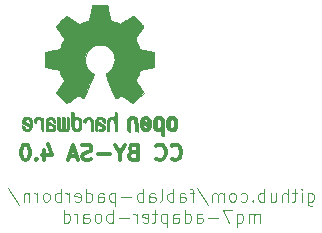
<source format=gbr>
%TF.GenerationSoftware,KiCad,Pcbnew,8.0.3*%
%TF.CreationDate,2025-01-02T17:18:04+01:00*%
%TF.ProjectId,mq7adapter,6d713761-6461-4707-9465-722e6b696361,rev?*%
%TF.SameCoordinates,Original*%
%TF.FileFunction,Legend,Bot*%
%TF.FilePolarity,Positive*%
%FSLAX46Y46*%
G04 Gerber Fmt 4.6, Leading zero omitted, Abs format (unit mm)*
G04 Created by KiCad (PCBNEW 8.0.3) date 2025-01-02 17:18:04*
%MOMM*%
%LPD*%
G01*
G04 APERTURE LIST*
%ADD10C,0.300000*%
%ADD11C,0.100000*%
%ADD12C,0.010000*%
G04 APERTURE END LIST*
D10*
X116846441Y-71951495D02*
X116908345Y-72013400D01*
X116908345Y-72013400D02*
X117094060Y-72075304D01*
X117094060Y-72075304D02*
X117217869Y-72075304D01*
X117217869Y-72075304D02*
X117403583Y-72013400D01*
X117403583Y-72013400D02*
X117527393Y-71889590D01*
X117527393Y-71889590D02*
X117589298Y-71765780D01*
X117589298Y-71765780D02*
X117651202Y-71518161D01*
X117651202Y-71518161D02*
X117651202Y-71332447D01*
X117651202Y-71332447D02*
X117589298Y-71084828D01*
X117589298Y-71084828D02*
X117527393Y-70961019D01*
X117527393Y-70961019D02*
X117403583Y-70837209D01*
X117403583Y-70837209D02*
X117217869Y-70775304D01*
X117217869Y-70775304D02*
X117094060Y-70775304D01*
X117094060Y-70775304D02*
X116908345Y-70837209D01*
X116908345Y-70837209D02*
X116846441Y-70899114D01*
X115546441Y-71951495D02*
X115608345Y-72013400D01*
X115608345Y-72013400D02*
X115794060Y-72075304D01*
X115794060Y-72075304D02*
X115917869Y-72075304D01*
X115917869Y-72075304D02*
X116103583Y-72013400D01*
X116103583Y-72013400D02*
X116227393Y-71889590D01*
X116227393Y-71889590D02*
X116289298Y-71765780D01*
X116289298Y-71765780D02*
X116351202Y-71518161D01*
X116351202Y-71518161D02*
X116351202Y-71332447D01*
X116351202Y-71332447D02*
X116289298Y-71084828D01*
X116289298Y-71084828D02*
X116227393Y-70961019D01*
X116227393Y-70961019D02*
X116103583Y-70837209D01*
X116103583Y-70837209D02*
X115917869Y-70775304D01*
X115917869Y-70775304D02*
X115794060Y-70775304D01*
X115794060Y-70775304D02*
X115608345Y-70837209D01*
X115608345Y-70837209D02*
X115546441Y-70899114D01*
X113565488Y-71394352D02*
X113379774Y-71456257D01*
X113379774Y-71456257D02*
X113317869Y-71518161D01*
X113317869Y-71518161D02*
X113255965Y-71641971D01*
X113255965Y-71641971D02*
X113255965Y-71827685D01*
X113255965Y-71827685D02*
X113317869Y-71951495D01*
X113317869Y-71951495D02*
X113379774Y-72013400D01*
X113379774Y-72013400D02*
X113503584Y-72075304D01*
X113503584Y-72075304D02*
X113998822Y-72075304D01*
X113998822Y-72075304D02*
X113998822Y-70775304D01*
X113998822Y-70775304D02*
X113565488Y-70775304D01*
X113565488Y-70775304D02*
X113441679Y-70837209D01*
X113441679Y-70837209D02*
X113379774Y-70899114D01*
X113379774Y-70899114D02*
X113317869Y-71022923D01*
X113317869Y-71022923D02*
X113317869Y-71146733D01*
X113317869Y-71146733D02*
X113379774Y-71270542D01*
X113379774Y-71270542D02*
X113441679Y-71332447D01*
X113441679Y-71332447D02*
X113565488Y-71394352D01*
X113565488Y-71394352D02*
X113998822Y-71394352D01*
X112451203Y-71456257D02*
X112451203Y-72075304D01*
X112884536Y-70775304D02*
X112451203Y-71456257D01*
X112451203Y-71456257D02*
X112017869Y-70775304D01*
X111584536Y-71580066D02*
X110594060Y-71580066D01*
X110036916Y-72013400D02*
X109851202Y-72075304D01*
X109851202Y-72075304D02*
X109541678Y-72075304D01*
X109541678Y-72075304D02*
X109417869Y-72013400D01*
X109417869Y-72013400D02*
X109355964Y-71951495D01*
X109355964Y-71951495D02*
X109294059Y-71827685D01*
X109294059Y-71827685D02*
X109294059Y-71703876D01*
X109294059Y-71703876D02*
X109355964Y-71580066D01*
X109355964Y-71580066D02*
X109417869Y-71518161D01*
X109417869Y-71518161D02*
X109541678Y-71456257D01*
X109541678Y-71456257D02*
X109789297Y-71394352D01*
X109789297Y-71394352D02*
X109913107Y-71332447D01*
X109913107Y-71332447D02*
X109975012Y-71270542D01*
X109975012Y-71270542D02*
X110036916Y-71146733D01*
X110036916Y-71146733D02*
X110036916Y-71022923D01*
X110036916Y-71022923D02*
X109975012Y-70899114D01*
X109975012Y-70899114D02*
X109913107Y-70837209D01*
X109913107Y-70837209D02*
X109789297Y-70775304D01*
X109789297Y-70775304D02*
X109479774Y-70775304D01*
X109479774Y-70775304D02*
X109294059Y-70837209D01*
X108798821Y-71703876D02*
X108179774Y-71703876D01*
X108922631Y-72075304D02*
X108489298Y-70775304D01*
X108489298Y-70775304D02*
X108055964Y-72075304D01*
X106075012Y-71208638D02*
X106075012Y-72075304D01*
X106384536Y-70713400D02*
X106694059Y-71641971D01*
X106694059Y-71641971D02*
X105889298Y-71641971D01*
X105394060Y-71951495D02*
X105332155Y-72013400D01*
X105332155Y-72013400D02*
X105394060Y-72075304D01*
X105394060Y-72075304D02*
X105455964Y-72013400D01*
X105455964Y-72013400D02*
X105394060Y-71951495D01*
X105394060Y-71951495D02*
X105394060Y-72075304D01*
X104527393Y-70775304D02*
X104403583Y-70775304D01*
X104403583Y-70775304D02*
X104279774Y-70837209D01*
X104279774Y-70837209D02*
X104217869Y-70899114D01*
X104217869Y-70899114D02*
X104155964Y-71022923D01*
X104155964Y-71022923D02*
X104094059Y-71270542D01*
X104094059Y-71270542D02*
X104094059Y-71580066D01*
X104094059Y-71580066D02*
X104155964Y-71827685D01*
X104155964Y-71827685D02*
X104217869Y-71951495D01*
X104217869Y-71951495D02*
X104279774Y-72013400D01*
X104279774Y-72013400D02*
X104403583Y-72075304D01*
X104403583Y-72075304D02*
X104527393Y-72075304D01*
X104527393Y-72075304D02*
X104651202Y-72013400D01*
X104651202Y-72013400D02*
X104713107Y-71951495D01*
X104713107Y-71951495D02*
X104775012Y-71827685D01*
X104775012Y-71827685D02*
X104836916Y-71580066D01*
X104836916Y-71580066D02*
X104836916Y-71270542D01*
X104836916Y-71270542D02*
X104775012Y-71022923D01*
X104775012Y-71022923D02*
X104713107Y-70899114D01*
X104713107Y-70899114D02*
X104651202Y-70837209D01*
X104651202Y-70837209D02*
X104527393Y-70775304D01*
D11*
X128361903Y-74855909D02*
X128361903Y-75746385D01*
X128361903Y-75746385D02*
X128414284Y-75851147D01*
X128414284Y-75851147D02*
X128466665Y-75903528D01*
X128466665Y-75903528D02*
X128571427Y-75955909D01*
X128571427Y-75955909D02*
X128728570Y-75955909D01*
X128728570Y-75955909D02*
X128833332Y-75903528D01*
X128361903Y-75536862D02*
X128466665Y-75589242D01*
X128466665Y-75589242D02*
X128676189Y-75589242D01*
X128676189Y-75589242D02*
X128780951Y-75536862D01*
X128780951Y-75536862D02*
X128833332Y-75484481D01*
X128833332Y-75484481D02*
X128885713Y-75379719D01*
X128885713Y-75379719D02*
X128885713Y-75065433D01*
X128885713Y-75065433D02*
X128833332Y-74960671D01*
X128833332Y-74960671D02*
X128780951Y-74908290D01*
X128780951Y-74908290D02*
X128676189Y-74855909D01*
X128676189Y-74855909D02*
X128466665Y-74855909D01*
X128466665Y-74855909D02*
X128361903Y-74908290D01*
X127838094Y-75589242D02*
X127838094Y-74855909D01*
X127838094Y-74489242D02*
X127890475Y-74541623D01*
X127890475Y-74541623D02*
X127838094Y-74594004D01*
X127838094Y-74594004D02*
X127785713Y-74541623D01*
X127785713Y-74541623D02*
X127838094Y-74489242D01*
X127838094Y-74489242D02*
X127838094Y-74594004D01*
X127471427Y-74855909D02*
X127052379Y-74855909D01*
X127314284Y-74489242D02*
X127314284Y-75432100D01*
X127314284Y-75432100D02*
X127261903Y-75536862D01*
X127261903Y-75536862D02*
X127157141Y-75589242D01*
X127157141Y-75589242D02*
X127052379Y-75589242D01*
X126685713Y-75589242D02*
X126685713Y-74489242D01*
X126214284Y-75589242D02*
X126214284Y-75013052D01*
X126214284Y-75013052D02*
X126266665Y-74908290D01*
X126266665Y-74908290D02*
X126371427Y-74855909D01*
X126371427Y-74855909D02*
X126528570Y-74855909D01*
X126528570Y-74855909D02*
X126633332Y-74908290D01*
X126633332Y-74908290D02*
X126685713Y-74960671D01*
X125219046Y-74855909D02*
X125219046Y-75589242D01*
X125690475Y-74855909D02*
X125690475Y-75432100D01*
X125690475Y-75432100D02*
X125638094Y-75536862D01*
X125638094Y-75536862D02*
X125533332Y-75589242D01*
X125533332Y-75589242D02*
X125376189Y-75589242D01*
X125376189Y-75589242D02*
X125271427Y-75536862D01*
X125271427Y-75536862D02*
X125219046Y-75484481D01*
X124695237Y-75589242D02*
X124695237Y-74489242D01*
X124695237Y-74908290D02*
X124590475Y-74855909D01*
X124590475Y-74855909D02*
X124380951Y-74855909D01*
X124380951Y-74855909D02*
X124276189Y-74908290D01*
X124276189Y-74908290D02*
X124223808Y-74960671D01*
X124223808Y-74960671D02*
X124171427Y-75065433D01*
X124171427Y-75065433D02*
X124171427Y-75379719D01*
X124171427Y-75379719D02*
X124223808Y-75484481D01*
X124223808Y-75484481D02*
X124276189Y-75536862D01*
X124276189Y-75536862D02*
X124380951Y-75589242D01*
X124380951Y-75589242D02*
X124590475Y-75589242D01*
X124590475Y-75589242D02*
X124695237Y-75536862D01*
X123699999Y-75484481D02*
X123647618Y-75536862D01*
X123647618Y-75536862D02*
X123699999Y-75589242D01*
X123699999Y-75589242D02*
X123752380Y-75536862D01*
X123752380Y-75536862D02*
X123699999Y-75484481D01*
X123699999Y-75484481D02*
X123699999Y-75589242D01*
X122704760Y-75536862D02*
X122809522Y-75589242D01*
X122809522Y-75589242D02*
X123019046Y-75589242D01*
X123019046Y-75589242D02*
X123123808Y-75536862D01*
X123123808Y-75536862D02*
X123176189Y-75484481D01*
X123176189Y-75484481D02*
X123228570Y-75379719D01*
X123228570Y-75379719D02*
X123228570Y-75065433D01*
X123228570Y-75065433D02*
X123176189Y-74960671D01*
X123176189Y-74960671D02*
X123123808Y-74908290D01*
X123123808Y-74908290D02*
X123019046Y-74855909D01*
X123019046Y-74855909D02*
X122809522Y-74855909D01*
X122809522Y-74855909D02*
X122704760Y-74908290D01*
X122076189Y-75589242D02*
X122180951Y-75536862D01*
X122180951Y-75536862D02*
X122233332Y-75484481D01*
X122233332Y-75484481D02*
X122285713Y-75379719D01*
X122285713Y-75379719D02*
X122285713Y-75065433D01*
X122285713Y-75065433D02*
X122233332Y-74960671D01*
X122233332Y-74960671D02*
X122180951Y-74908290D01*
X122180951Y-74908290D02*
X122076189Y-74855909D01*
X122076189Y-74855909D02*
X121919046Y-74855909D01*
X121919046Y-74855909D02*
X121814284Y-74908290D01*
X121814284Y-74908290D02*
X121761903Y-74960671D01*
X121761903Y-74960671D02*
X121709522Y-75065433D01*
X121709522Y-75065433D02*
X121709522Y-75379719D01*
X121709522Y-75379719D02*
X121761903Y-75484481D01*
X121761903Y-75484481D02*
X121814284Y-75536862D01*
X121814284Y-75536862D02*
X121919046Y-75589242D01*
X121919046Y-75589242D02*
X122076189Y-75589242D01*
X121238094Y-75589242D02*
X121238094Y-74855909D01*
X121238094Y-74960671D02*
X121185713Y-74908290D01*
X121185713Y-74908290D02*
X121080951Y-74855909D01*
X121080951Y-74855909D02*
X120923808Y-74855909D01*
X120923808Y-74855909D02*
X120819046Y-74908290D01*
X120819046Y-74908290D02*
X120766665Y-75013052D01*
X120766665Y-75013052D02*
X120766665Y-75589242D01*
X120766665Y-75013052D02*
X120714284Y-74908290D01*
X120714284Y-74908290D02*
X120609522Y-74855909D01*
X120609522Y-74855909D02*
X120452379Y-74855909D01*
X120452379Y-74855909D02*
X120347618Y-74908290D01*
X120347618Y-74908290D02*
X120295237Y-75013052D01*
X120295237Y-75013052D02*
X120295237Y-75589242D01*
X118985712Y-74436862D02*
X119928570Y-75851147D01*
X118776189Y-74855909D02*
X118357141Y-74855909D01*
X118619046Y-75589242D02*
X118619046Y-74646385D01*
X118619046Y-74646385D02*
X118566665Y-74541623D01*
X118566665Y-74541623D02*
X118461903Y-74489242D01*
X118461903Y-74489242D02*
X118357141Y-74489242D01*
X117519046Y-75589242D02*
X117519046Y-75013052D01*
X117519046Y-75013052D02*
X117571427Y-74908290D01*
X117571427Y-74908290D02*
X117676189Y-74855909D01*
X117676189Y-74855909D02*
X117885713Y-74855909D01*
X117885713Y-74855909D02*
X117990475Y-74908290D01*
X117519046Y-75536862D02*
X117623808Y-75589242D01*
X117623808Y-75589242D02*
X117885713Y-75589242D01*
X117885713Y-75589242D02*
X117990475Y-75536862D01*
X117990475Y-75536862D02*
X118042856Y-75432100D01*
X118042856Y-75432100D02*
X118042856Y-75327338D01*
X118042856Y-75327338D02*
X117990475Y-75222576D01*
X117990475Y-75222576D02*
X117885713Y-75170195D01*
X117885713Y-75170195D02*
X117623808Y-75170195D01*
X117623808Y-75170195D02*
X117519046Y-75117814D01*
X116995237Y-75589242D02*
X116995237Y-74489242D01*
X116995237Y-74908290D02*
X116890475Y-74855909D01*
X116890475Y-74855909D02*
X116680951Y-74855909D01*
X116680951Y-74855909D02*
X116576189Y-74908290D01*
X116576189Y-74908290D02*
X116523808Y-74960671D01*
X116523808Y-74960671D02*
X116471427Y-75065433D01*
X116471427Y-75065433D02*
X116471427Y-75379719D01*
X116471427Y-75379719D02*
X116523808Y-75484481D01*
X116523808Y-75484481D02*
X116576189Y-75536862D01*
X116576189Y-75536862D02*
X116680951Y-75589242D01*
X116680951Y-75589242D02*
X116890475Y-75589242D01*
X116890475Y-75589242D02*
X116995237Y-75536862D01*
X115842856Y-75589242D02*
X115947618Y-75536862D01*
X115947618Y-75536862D02*
X115999999Y-75432100D01*
X115999999Y-75432100D02*
X115999999Y-74489242D01*
X114952380Y-75589242D02*
X114952380Y-75013052D01*
X114952380Y-75013052D02*
X115004761Y-74908290D01*
X115004761Y-74908290D02*
X115109523Y-74855909D01*
X115109523Y-74855909D02*
X115319047Y-74855909D01*
X115319047Y-74855909D02*
X115423809Y-74908290D01*
X114952380Y-75536862D02*
X115057142Y-75589242D01*
X115057142Y-75589242D02*
X115319047Y-75589242D01*
X115319047Y-75589242D02*
X115423809Y-75536862D01*
X115423809Y-75536862D02*
X115476190Y-75432100D01*
X115476190Y-75432100D02*
X115476190Y-75327338D01*
X115476190Y-75327338D02*
X115423809Y-75222576D01*
X115423809Y-75222576D02*
X115319047Y-75170195D01*
X115319047Y-75170195D02*
X115057142Y-75170195D01*
X115057142Y-75170195D02*
X114952380Y-75117814D01*
X114428571Y-75589242D02*
X114428571Y-74489242D01*
X114428571Y-74908290D02*
X114323809Y-74855909D01*
X114323809Y-74855909D02*
X114114285Y-74855909D01*
X114114285Y-74855909D02*
X114009523Y-74908290D01*
X114009523Y-74908290D02*
X113957142Y-74960671D01*
X113957142Y-74960671D02*
X113904761Y-75065433D01*
X113904761Y-75065433D02*
X113904761Y-75379719D01*
X113904761Y-75379719D02*
X113957142Y-75484481D01*
X113957142Y-75484481D02*
X114009523Y-75536862D01*
X114009523Y-75536862D02*
X114114285Y-75589242D01*
X114114285Y-75589242D02*
X114323809Y-75589242D01*
X114323809Y-75589242D02*
X114428571Y-75536862D01*
X113433333Y-75170195D02*
X112595238Y-75170195D01*
X112071428Y-74855909D02*
X112071428Y-75955909D01*
X112071428Y-74908290D02*
X111966666Y-74855909D01*
X111966666Y-74855909D02*
X111757142Y-74855909D01*
X111757142Y-74855909D02*
X111652380Y-74908290D01*
X111652380Y-74908290D02*
X111599999Y-74960671D01*
X111599999Y-74960671D02*
X111547618Y-75065433D01*
X111547618Y-75065433D02*
X111547618Y-75379719D01*
X111547618Y-75379719D02*
X111599999Y-75484481D01*
X111599999Y-75484481D02*
X111652380Y-75536862D01*
X111652380Y-75536862D02*
X111757142Y-75589242D01*
X111757142Y-75589242D02*
X111966666Y-75589242D01*
X111966666Y-75589242D02*
X112071428Y-75536862D01*
X110604761Y-75589242D02*
X110604761Y-75013052D01*
X110604761Y-75013052D02*
X110657142Y-74908290D01*
X110657142Y-74908290D02*
X110761904Y-74855909D01*
X110761904Y-74855909D02*
X110971428Y-74855909D01*
X110971428Y-74855909D02*
X111076190Y-74908290D01*
X110604761Y-75536862D02*
X110709523Y-75589242D01*
X110709523Y-75589242D02*
X110971428Y-75589242D01*
X110971428Y-75589242D02*
X111076190Y-75536862D01*
X111076190Y-75536862D02*
X111128571Y-75432100D01*
X111128571Y-75432100D02*
X111128571Y-75327338D01*
X111128571Y-75327338D02*
X111076190Y-75222576D01*
X111076190Y-75222576D02*
X110971428Y-75170195D01*
X110971428Y-75170195D02*
X110709523Y-75170195D01*
X110709523Y-75170195D02*
X110604761Y-75117814D01*
X109609523Y-75589242D02*
X109609523Y-74489242D01*
X109609523Y-75536862D02*
X109714285Y-75589242D01*
X109714285Y-75589242D02*
X109923809Y-75589242D01*
X109923809Y-75589242D02*
X110028571Y-75536862D01*
X110028571Y-75536862D02*
X110080952Y-75484481D01*
X110080952Y-75484481D02*
X110133333Y-75379719D01*
X110133333Y-75379719D02*
X110133333Y-75065433D01*
X110133333Y-75065433D02*
X110080952Y-74960671D01*
X110080952Y-74960671D02*
X110028571Y-74908290D01*
X110028571Y-74908290D02*
X109923809Y-74855909D01*
X109923809Y-74855909D02*
X109714285Y-74855909D01*
X109714285Y-74855909D02*
X109609523Y-74908290D01*
X108666666Y-75536862D02*
X108771428Y-75589242D01*
X108771428Y-75589242D02*
X108980952Y-75589242D01*
X108980952Y-75589242D02*
X109085714Y-75536862D01*
X109085714Y-75536862D02*
X109138095Y-75432100D01*
X109138095Y-75432100D02*
X109138095Y-75013052D01*
X109138095Y-75013052D02*
X109085714Y-74908290D01*
X109085714Y-74908290D02*
X108980952Y-74855909D01*
X108980952Y-74855909D02*
X108771428Y-74855909D01*
X108771428Y-74855909D02*
X108666666Y-74908290D01*
X108666666Y-74908290D02*
X108614285Y-75013052D01*
X108614285Y-75013052D02*
X108614285Y-75117814D01*
X108614285Y-75117814D02*
X109138095Y-75222576D01*
X108142857Y-75589242D02*
X108142857Y-74855909D01*
X108142857Y-75065433D02*
X108090476Y-74960671D01*
X108090476Y-74960671D02*
X108038095Y-74908290D01*
X108038095Y-74908290D02*
X107933333Y-74855909D01*
X107933333Y-74855909D02*
X107828571Y-74855909D01*
X107461905Y-75589242D02*
X107461905Y-74489242D01*
X107461905Y-74908290D02*
X107357143Y-74855909D01*
X107357143Y-74855909D02*
X107147619Y-74855909D01*
X107147619Y-74855909D02*
X107042857Y-74908290D01*
X107042857Y-74908290D02*
X106990476Y-74960671D01*
X106990476Y-74960671D02*
X106938095Y-75065433D01*
X106938095Y-75065433D02*
X106938095Y-75379719D01*
X106938095Y-75379719D02*
X106990476Y-75484481D01*
X106990476Y-75484481D02*
X107042857Y-75536862D01*
X107042857Y-75536862D02*
X107147619Y-75589242D01*
X107147619Y-75589242D02*
X107357143Y-75589242D01*
X107357143Y-75589242D02*
X107461905Y-75536862D01*
X106309524Y-75589242D02*
X106414286Y-75536862D01*
X106414286Y-75536862D02*
X106466667Y-75484481D01*
X106466667Y-75484481D02*
X106519048Y-75379719D01*
X106519048Y-75379719D02*
X106519048Y-75065433D01*
X106519048Y-75065433D02*
X106466667Y-74960671D01*
X106466667Y-74960671D02*
X106414286Y-74908290D01*
X106414286Y-74908290D02*
X106309524Y-74855909D01*
X106309524Y-74855909D02*
X106152381Y-74855909D01*
X106152381Y-74855909D02*
X106047619Y-74908290D01*
X106047619Y-74908290D02*
X105995238Y-74960671D01*
X105995238Y-74960671D02*
X105942857Y-75065433D01*
X105942857Y-75065433D02*
X105942857Y-75379719D01*
X105942857Y-75379719D02*
X105995238Y-75484481D01*
X105995238Y-75484481D02*
X106047619Y-75536862D01*
X106047619Y-75536862D02*
X106152381Y-75589242D01*
X106152381Y-75589242D02*
X106309524Y-75589242D01*
X105471429Y-75589242D02*
X105471429Y-74855909D01*
X105471429Y-75065433D02*
X105419048Y-74960671D01*
X105419048Y-74960671D02*
X105366667Y-74908290D01*
X105366667Y-74908290D02*
X105261905Y-74855909D01*
X105261905Y-74855909D02*
X105157143Y-74855909D01*
X104790477Y-74855909D02*
X104790477Y-75589242D01*
X104790477Y-74960671D02*
X104738096Y-74908290D01*
X104738096Y-74908290D02*
X104633334Y-74855909D01*
X104633334Y-74855909D02*
X104476191Y-74855909D01*
X104476191Y-74855909D02*
X104371429Y-74908290D01*
X104371429Y-74908290D02*
X104319048Y-75013052D01*
X104319048Y-75013052D02*
X104319048Y-75589242D01*
X103009524Y-74436862D02*
X103952382Y-75851147D01*
X124302380Y-77360180D02*
X124302380Y-76626847D01*
X124302380Y-76731609D02*
X124249999Y-76679228D01*
X124249999Y-76679228D02*
X124145237Y-76626847D01*
X124145237Y-76626847D02*
X123988094Y-76626847D01*
X123988094Y-76626847D02*
X123883332Y-76679228D01*
X123883332Y-76679228D02*
X123830951Y-76783990D01*
X123830951Y-76783990D02*
X123830951Y-77360180D01*
X123830951Y-76783990D02*
X123778570Y-76679228D01*
X123778570Y-76679228D02*
X123673808Y-76626847D01*
X123673808Y-76626847D02*
X123516665Y-76626847D01*
X123516665Y-76626847D02*
X123411904Y-76679228D01*
X123411904Y-76679228D02*
X123359523Y-76783990D01*
X123359523Y-76783990D02*
X123359523Y-77360180D01*
X122364284Y-76626847D02*
X122364284Y-77726847D01*
X122364284Y-77307800D02*
X122469046Y-77360180D01*
X122469046Y-77360180D02*
X122678570Y-77360180D01*
X122678570Y-77360180D02*
X122783332Y-77307800D01*
X122783332Y-77307800D02*
X122835713Y-77255419D01*
X122835713Y-77255419D02*
X122888094Y-77150657D01*
X122888094Y-77150657D02*
X122888094Y-76836371D01*
X122888094Y-76836371D02*
X122835713Y-76731609D01*
X122835713Y-76731609D02*
X122783332Y-76679228D01*
X122783332Y-76679228D02*
X122678570Y-76626847D01*
X122678570Y-76626847D02*
X122469046Y-76626847D01*
X122469046Y-76626847D02*
X122364284Y-76679228D01*
X121945237Y-76260180D02*
X121211903Y-76260180D01*
X121211903Y-76260180D02*
X121683332Y-77360180D01*
X120792856Y-76941133D02*
X119954761Y-76941133D01*
X118959522Y-77360180D02*
X118959522Y-76783990D01*
X118959522Y-76783990D02*
X119011903Y-76679228D01*
X119011903Y-76679228D02*
X119116665Y-76626847D01*
X119116665Y-76626847D02*
X119326189Y-76626847D01*
X119326189Y-76626847D02*
X119430951Y-76679228D01*
X118959522Y-77307800D02*
X119064284Y-77360180D01*
X119064284Y-77360180D02*
X119326189Y-77360180D01*
X119326189Y-77360180D02*
X119430951Y-77307800D01*
X119430951Y-77307800D02*
X119483332Y-77203038D01*
X119483332Y-77203038D02*
X119483332Y-77098276D01*
X119483332Y-77098276D02*
X119430951Y-76993514D01*
X119430951Y-76993514D02*
X119326189Y-76941133D01*
X119326189Y-76941133D02*
X119064284Y-76941133D01*
X119064284Y-76941133D02*
X118959522Y-76888752D01*
X117964284Y-77360180D02*
X117964284Y-76260180D01*
X117964284Y-77307800D02*
X118069046Y-77360180D01*
X118069046Y-77360180D02*
X118278570Y-77360180D01*
X118278570Y-77360180D02*
X118383332Y-77307800D01*
X118383332Y-77307800D02*
X118435713Y-77255419D01*
X118435713Y-77255419D02*
X118488094Y-77150657D01*
X118488094Y-77150657D02*
X118488094Y-76836371D01*
X118488094Y-76836371D02*
X118435713Y-76731609D01*
X118435713Y-76731609D02*
X118383332Y-76679228D01*
X118383332Y-76679228D02*
X118278570Y-76626847D01*
X118278570Y-76626847D02*
X118069046Y-76626847D01*
X118069046Y-76626847D02*
X117964284Y-76679228D01*
X116969046Y-77360180D02*
X116969046Y-76783990D01*
X116969046Y-76783990D02*
X117021427Y-76679228D01*
X117021427Y-76679228D02*
X117126189Y-76626847D01*
X117126189Y-76626847D02*
X117335713Y-76626847D01*
X117335713Y-76626847D02*
X117440475Y-76679228D01*
X116969046Y-77307800D02*
X117073808Y-77360180D01*
X117073808Y-77360180D02*
X117335713Y-77360180D01*
X117335713Y-77360180D02*
X117440475Y-77307800D01*
X117440475Y-77307800D02*
X117492856Y-77203038D01*
X117492856Y-77203038D02*
X117492856Y-77098276D01*
X117492856Y-77098276D02*
X117440475Y-76993514D01*
X117440475Y-76993514D02*
X117335713Y-76941133D01*
X117335713Y-76941133D02*
X117073808Y-76941133D01*
X117073808Y-76941133D02*
X116969046Y-76888752D01*
X116445237Y-76626847D02*
X116445237Y-77726847D01*
X116445237Y-76679228D02*
X116340475Y-76626847D01*
X116340475Y-76626847D02*
X116130951Y-76626847D01*
X116130951Y-76626847D02*
X116026189Y-76679228D01*
X116026189Y-76679228D02*
X115973808Y-76731609D01*
X115973808Y-76731609D02*
X115921427Y-76836371D01*
X115921427Y-76836371D02*
X115921427Y-77150657D01*
X115921427Y-77150657D02*
X115973808Y-77255419D01*
X115973808Y-77255419D02*
X116026189Y-77307800D01*
X116026189Y-77307800D02*
X116130951Y-77360180D01*
X116130951Y-77360180D02*
X116340475Y-77360180D01*
X116340475Y-77360180D02*
X116445237Y-77307800D01*
X115607142Y-76626847D02*
X115188094Y-76626847D01*
X115449999Y-76260180D02*
X115449999Y-77203038D01*
X115449999Y-77203038D02*
X115397618Y-77307800D01*
X115397618Y-77307800D02*
X115292856Y-77360180D01*
X115292856Y-77360180D02*
X115188094Y-77360180D01*
X114402380Y-77307800D02*
X114507142Y-77360180D01*
X114507142Y-77360180D02*
X114716666Y-77360180D01*
X114716666Y-77360180D02*
X114821428Y-77307800D01*
X114821428Y-77307800D02*
X114873809Y-77203038D01*
X114873809Y-77203038D02*
X114873809Y-76783990D01*
X114873809Y-76783990D02*
X114821428Y-76679228D01*
X114821428Y-76679228D02*
X114716666Y-76626847D01*
X114716666Y-76626847D02*
X114507142Y-76626847D01*
X114507142Y-76626847D02*
X114402380Y-76679228D01*
X114402380Y-76679228D02*
X114349999Y-76783990D01*
X114349999Y-76783990D02*
X114349999Y-76888752D01*
X114349999Y-76888752D02*
X114873809Y-76993514D01*
X113878571Y-77360180D02*
X113878571Y-76626847D01*
X113878571Y-76836371D02*
X113826190Y-76731609D01*
X113826190Y-76731609D02*
X113773809Y-76679228D01*
X113773809Y-76679228D02*
X113669047Y-76626847D01*
X113669047Y-76626847D02*
X113564285Y-76626847D01*
X113197619Y-76941133D02*
X112359524Y-76941133D01*
X111835714Y-77360180D02*
X111835714Y-76260180D01*
X111835714Y-76679228D02*
X111730952Y-76626847D01*
X111730952Y-76626847D02*
X111521428Y-76626847D01*
X111521428Y-76626847D02*
X111416666Y-76679228D01*
X111416666Y-76679228D02*
X111364285Y-76731609D01*
X111364285Y-76731609D02*
X111311904Y-76836371D01*
X111311904Y-76836371D02*
X111311904Y-77150657D01*
X111311904Y-77150657D02*
X111364285Y-77255419D01*
X111364285Y-77255419D02*
X111416666Y-77307800D01*
X111416666Y-77307800D02*
X111521428Y-77360180D01*
X111521428Y-77360180D02*
X111730952Y-77360180D01*
X111730952Y-77360180D02*
X111835714Y-77307800D01*
X110683333Y-77360180D02*
X110788095Y-77307800D01*
X110788095Y-77307800D02*
X110840476Y-77255419D01*
X110840476Y-77255419D02*
X110892857Y-77150657D01*
X110892857Y-77150657D02*
X110892857Y-76836371D01*
X110892857Y-76836371D02*
X110840476Y-76731609D01*
X110840476Y-76731609D02*
X110788095Y-76679228D01*
X110788095Y-76679228D02*
X110683333Y-76626847D01*
X110683333Y-76626847D02*
X110526190Y-76626847D01*
X110526190Y-76626847D02*
X110421428Y-76679228D01*
X110421428Y-76679228D02*
X110369047Y-76731609D01*
X110369047Y-76731609D02*
X110316666Y-76836371D01*
X110316666Y-76836371D02*
X110316666Y-77150657D01*
X110316666Y-77150657D02*
X110369047Y-77255419D01*
X110369047Y-77255419D02*
X110421428Y-77307800D01*
X110421428Y-77307800D02*
X110526190Y-77360180D01*
X110526190Y-77360180D02*
X110683333Y-77360180D01*
X109373809Y-77360180D02*
X109373809Y-76783990D01*
X109373809Y-76783990D02*
X109426190Y-76679228D01*
X109426190Y-76679228D02*
X109530952Y-76626847D01*
X109530952Y-76626847D02*
X109740476Y-76626847D01*
X109740476Y-76626847D02*
X109845238Y-76679228D01*
X109373809Y-77307800D02*
X109478571Y-77360180D01*
X109478571Y-77360180D02*
X109740476Y-77360180D01*
X109740476Y-77360180D02*
X109845238Y-77307800D01*
X109845238Y-77307800D02*
X109897619Y-77203038D01*
X109897619Y-77203038D02*
X109897619Y-77098276D01*
X109897619Y-77098276D02*
X109845238Y-76993514D01*
X109845238Y-76993514D02*
X109740476Y-76941133D01*
X109740476Y-76941133D02*
X109478571Y-76941133D01*
X109478571Y-76941133D02*
X109373809Y-76888752D01*
X108850000Y-77360180D02*
X108850000Y-76626847D01*
X108850000Y-76836371D02*
X108797619Y-76731609D01*
X108797619Y-76731609D02*
X108745238Y-76679228D01*
X108745238Y-76679228D02*
X108640476Y-76626847D01*
X108640476Y-76626847D02*
X108535714Y-76626847D01*
X107697619Y-77360180D02*
X107697619Y-76260180D01*
X107697619Y-77307800D02*
X107802381Y-77360180D01*
X107802381Y-77360180D02*
X108011905Y-77360180D01*
X108011905Y-77360180D02*
X108116667Y-77307800D01*
X108116667Y-77307800D02*
X108169048Y-77255419D01*
X108169048Y-77255419D02*
X108221429Y-77150657D01*
X108221429Y-77150657D02*
X108221429Y-76836371D01*
X108221429Y-76836371D02*
X108169048Y-76731609D01*
X108169048Y-76731609D02*
X108116667Y-76679228D01*
X108116667Y-76679228D02*
X108011905Y-76626847D01*
X108011905Y-76626847D02*
X107802381Y-76626847D01*
X107802381Y-76626847D02*
X107697619Y-76679228D01*
D12*
%TO.C,REF\u002A\u002A*%
X105686725Y-68424619D02*
X105807261Y-68469393D01*
X105857388Y-68503034D01*
X105908152Y-68551236D01*
X105944362Y-68612551D01*
X105968393Y-68696024D01*
X105982618Y-68810697D01*
X105989412Y-68965613D01*
X105991149Y-69169814D01*
X105990809Y-69275341D01*
X105989101Y-69419541D01*
X105986201Y-69534620D01*
X105982384Y-69610822D01*
X105977925Y-69638391D01*
X105948909Y-69629272D01*
X105890339Y-69604509D01*
X105888581Y-69603707D01*
X105858167Y-69587785D01*
X105837712Y-69565938D01*
X105825240Y-69527672D01*
X105818777Y-69462495D01*
X105816348Y-69359913D01*
X105815977Y-69209433D01*
X105815229Y-69113974D01*
X105807256Y-68934571D01*
X105788998Y-68803163D01*
X105758526Y-68712859D01*
X105713912Y-68656767D01*
X105653226Y-68627994D01*
X105644807Y-68625989D01*
X105531139Y-68624423D01*
X105442492Y-68675348D01*
X105381265Y-68777445D01*
X105370346Y-68806961D01*
X105345458Y-68872283D01*
X105332854Y-68902300D01*
X105306969Y-68898164D01*
X105250439Y-68875717D01*
X105197715Y-68838647D01*
X105173678Y-68768587D01*
X105180847Y-68718406D01*
X105224897Y-68616618D01*
X105296123Y-68521235D01*
X105379415Y-68455269D01*
X105414310Y-68440018D01*
X105546443Y-68414521D01*
X105686725Y-68424619D01*
G36*
X105686725Y-68424619D02*
G01*
X105807261Y-68469393D01*
X105857388Y-68503034D01*
X105908152Y-68551236D01*
X105944362Y-68612551D01*
X105968393Y-68696024D01*
X105982618Y-68810697D01*
X105989412Y-68965613D01*
X105991149Y-69169814D01*
X105990809Y-69275341D01*
X105989101Y-69419541D01*
X105986201Y-69534620D01*
X105982384Y-69610822D01*
X105977925Y-69638391D01*
X105948909Y-69629272D01*
X105890339Y-69604509D01*
X105888581Y-69603707D01*
X105858167Y-69587785D01*
X105837712Y-69565938D01*
X105825240Y-69527672D01*
X105818777Y-69462495D01*
X105816348Y-69359913D01*
X105815977Y-69209433D01*
X105815229Y-69113974D01*
X105807256Y-68934571D01*
X105788998Y-68803163D01*
X105758526Y-68712859D01*
X105713912Y-68656767D01*
X105653226Y-68627994D01*
X105644807Y-68625989D01*
X105531139Y-68624423D01*
X105442492Y-68675348D01*
X105381265Y-68777445D01*
X105370346Y-68806961D01*
X105345458Y-68872283D01*
X105332854Y-68902300D01*
X105306969Y-68898164D01*
X105250439Y-68875717D01*
X105197715Y-68838647D01*
X105173678Y-68768587D01*
X105180847Y-68718406D01*
X105224897Y-68616618D01*
X105296123Y-68521235D01*
X105379415Y-68455269D01*
X105414310Y-68440018D01*
X105546443Y-68414521D01*
X105686725Y-68424619D01*
G37*
X113628487Y-68357689D02*
X113764848Y-68421770D01*
X113876598Y-68532584D01*
X113899761Y-68567273D01*
X113918973Y-68606590D01*
X113932598Y-68656145D01*
X113941877Y-68725568D01*
X113948050Y-68824490D01*
X113952357Y-68962539D01*
X113956038Y-69149346D01*
X113965180Y-69667542D01*
X113888383Y-69638344D01*
X113818068Y-69611520D01*
X113765424Y-69585706D01*
X113731060Y-69552431D01*
X113711093Y-69501510D01*
X113701639Y-69422761D01*
X113698814Y-69305999D01*
X113698736Y-69141042D01*
X113698336Y-69009558D01*
X113695951Y-68883394D01*
X113690259Y-68797223D01*
X113679961Y-68740672D01*
X113663755Y-68703370D01*
X113640345Y-68674943D01*
X113582793Y-68634827D01*
X113486112Y-68619706D01*
X113390465Y-68657917D01*
X113384152Y-68662810D01*
X113364477Y-68685413D01*
X113349963Y-68721664D01*
X113339394Y-68780511D01*
X113331555Y-68870901D01*
X113325227Y-69001779D01*
X113319195Y-69182095D01*
X113304598Y-69664907D01*
X113180517Y-69609283D01*
X113056437Y-69553659D01*
X113056437Y-69112851D01*
X113056951Y-68993098D01*
X113061380Y-68826506D01*
X113072594Y-68702468D01*
X113093272Y-68610987D01*
X113126093Y-68542066D01*
X113173736Y-68485707D01*
X113238877Y-68431914D01*
X113332571Y-68377719D01*
X113480175Y-68342339D01*
X113628487Y-68357689D01*
G36*
X113628487Y-68357689D02*
G01*
X113764848Y-68421770D01*
X113876598Y-68532584D01*
X113899761Y-68567273D01*
X113918973Y-68606590D01*
X113932598Y-68656145D01*
X113941877Y-68725568D01*
X113948050Y-68824490D01*
X113952357Y-68962539D01*
X113956038Y-69149346D01*
X113965180Y-69667542D01*
X113888383Y-69638344D01*
X113818068Y-69611520D01*
X113765424Y-69585706D01*
X113731060Y-69552431D01*
X113711093Y-69501510D01*
X113701639Y-69422761D01*
X113698814Y-69305999D01*
X113698736Y-69141042D01*
X113698336Y-69009558D01*
X113695951Y-68883394D01*
X113690259Y-68797223D01*
X113679961Y-68740672D01*
X113663755Y-68703370D01*
X113640345Y-68674943D01*
X113582793Y-68634827D01*
X113486112Y-68619706D01*
X113390465Y-68657917D01*
X113384152Y-68662810D01*
X113364477Y-68685413D01*
X113349963Y-68721664D01*
X113339394Y-68780511D01*
X113331555Y-68870901D01*
X113325227Y-69001779D01*
X113319195Y-69182095D01*
X113304598Y-69664907D01*
X113180517Y-69609283D01*
X113056437Y-69553659D01*
X113056437Y-69112851D01*
X113056951Y-68993098D01*
X113061380Y-68826506D01*
X113072594Y-68702468D01*
X113093272Y-68610987D01*
X113126093Y-68542066D01*
X113173736Y-68485707D01*
X113238877Y-68431914D01*
X113332571Y-68377719D01*
X113480175Y-68342339D01*
X113628487Y-68357689D01*
G37*
X109960872Y-68455536D02*
X109970090Y-68460638D01*
X110045381Y-68519080D01*
X110112698Y-68594215D01*
X110124439Y-68611196D01*
X110146883Y-68650825D01*
X110162918Y-68697858D01*
X110173945Y-68762492D01*
X110181365Y-68854923D01*
X110186579Y-68985349D01*
X110190989Y-69163965D01*
X110191614Y-69194162D01*
X110193620Y-69389941D01*
X110190792Y-69528603D01*
X110183088Y-69611103D01*
X110170466Y-69638391D01*
X110132267Y-69630220D01*
X110067374Y-69605463D01*
X110052094Y-69598223D01*
X110028227Y-69581835D01*
X110011769Y-69554893D01*
X110001005Y-69507833D01*
X109994219Y-69431088D01*
X109989693Y-69315095D01*
X109985713Y-69150287D01*
X109984622Y-69102112D01*
X109980407Y-68949960D01*
X109974936Y-68843476D01*
X109966554Y-68772565D01*
X109953606Y-68727129D01*
X109934439Y-68697072D01*
X109907398Y-68672296D01*
X109827337Y-68628861D01*
X109728846Y-68620498D01*
X109640719Y-68653734D01*
X109577314Y-68722548D01*
X109552988Y-68820920D01*
X109552311Y-68847658D01*
X109539024Y-68896065D01*
X109499796Y-68903450D01*
X109422983Y-68874624D01*
X109405192Y-68865378D01*
X109357109Y-68811006D01*
X109356157Y-68730161D01*
X109401968Y-68618352D01*
X109443990Y-68557419D01*
X109551435Y-68470859D01*
X109684057Y-68421920D01*
X109825867Y-68415260D01*
X109960872Y-68455536D01*
G36*
X109960872Y-68455536D02*
G01*
X109970090Y-68460638D01*
X110045381Y-68519080D01*
X110112698Y-68594215D01*
X110124439Y-68611196D01*
X110146883Y-68650825D01*
X110162918Y-68697858D01*
X110173945Y-68762492D01*
X110181365Y-68854923D01*
X110186579Y-68985349D01*
X110190989Y-69163965D01*
X110191614Y-69194162D01*
X110193620Y-69389941D01*
X110190792Y-69528603D01*
X110183088Y-69611103D01*
X110170466Y-69638391D01*
X110132267Y-69630220D01*
X110067374Y-69605463D01*
X110052094Y-69598223D01*
X110028227Y-69581835D01*
X110011769Y-69554893D01*
X110001005Y-69507833D01*
X109994219Y-69431088D01*
X109989693Y-69315095D01*
X109985713Y-69150287D01*
X109984622Y-69102112D01*
X109980407Y-68949960D01*
X109974936Y-68843476D01*
X109966554Y-68772565D01*
X109953606Y-68727129D01*
X109934439Y-68697072D01*
X109907398Y-68672296D01*
X109827337Y-68628861D01*
X109728846Y-68620498D01*
X109640719Y-68653734D01*
X109577314Y-68722548D01*
X109552988Y-68820920D01*
X109552311Y-68847658D01*
X109539024Y-68896065D01*
X109499796Y-68903450D01*
X109422983Y-68874624D01*
X109405192Y-68865378D01*
X109357109Y-68811006D01*
X109356157Y-68730161D01*
X109401968Y-68618352D01*
X109443990Y-68557419D01*
X109551435Y-68470859D01*
X109684057Y-68421920D01*
X109825867Y-68415260D01*
X109960872Y-68455536D01*
G37*
X108042410Y-68420970D02*
X108106442Y-68446066D01*
X108180805Y-68479947D01*
X108180805Y-69458727D01*
X108088415Y-69551117D01*
X108067310Y-69571835D01*
X108008847Y-69617885D01*
X107949886Y-69632801D01*
X107862150Y-69625934D01*
X107826429Y-69621494D01*
X107734301Y-69612102D01*
X107669885Y-69608361D01*
X107650778Y-69608933D01*
X107572390Y-69615126D01*
X107477620Y-69625934D01*
X107447298Y-69629647D01*
X107370911Y-69631107D01*
X107315022Y-69608047D01*
X107251355Y-69551117D01*
X107158965Y-69458727D01*
X107158965Y-68935455D01*
X107159685Y-68780821D01*
X107161929Y-68633391D01*
X107165421Y-68516653D01*
X107169876Y-68439840D01*
X107175013Y-68412184D01*
X107176090Y-68412258D01*
X107213407Y-68426019D01*
X107276457Y-68456344D01*
X107361854Y-68500505D01*
X107369893Y-68959965D01*
X107377931Y-69419425D01*
X107553103Y-69419425D01*
X107561092Y-68915805D01*
X107563624Y-68778904D01*
X107567249Y-68632579D01*
X107571177Y-68516411D01*
X107575080Y-68439809D01*
X107578632Y-68412184D01*
X107579653Y-68412281D01*
X107615051Y-68422443D01*
X107680126Y-68444235D01*
X107772069Y-68476287D01*
X107772516Y-68918661D01*
X107772964Y-68995507D01*
X107776069Y-69144834D01*
X107781622Y-69269544D01*
X107789033Y-69358379D01*
X107797714Y-69400083D01*
X107828771Y-69422389D01*
X107892152Y-69429278D01*
X107961839Y-69419425D01*
X107969827Y-68915805D01*
X107972686Y-68787828D01*
X107978614Y-68636348D01*
X107986365Y-68517530D01*
X107995343Y-68439950D01*
X108004948Y-68412184D01*
X108042410Y-68420970D01*
G36*
X108042410Y-68420970D02*
G01*
X108106442Y-68446066D01*
X108180805Y-68479947D01*
X108180805Y-69458727D01*
X108088415Y-69551117D01*
X108067310Y-69571835D01*
X108008847Y-69617885D01*
X107949886Y-69632801D01*
X107862150Y-69625934D01*
X107826429Y-69621494D01*
X107734301Y-69612102D01*
X107669885Y-69608361D01*
X107650778Y-69608933D01*
X107572390Y-69615126D01*
X107477620Y-69625934D01*
X107447298Y-69629647D01*
X107370911Y-69631107D01*
X107315022Y-69608047D01*
X107251355Y-69551117D01*
X107158965Y-69458727D01*
X107158965Y-68935455D01*
X107159685Y-68780821D01*
X107161929Y-68633391D01*
X107165421Y-68516653D01*
X107169876Y-68439840D01*
X107175013Y-68412184D01*
X107176090Y-68412258D01*
X107213407Y-68426019D01*
X107276457Y-68456344D01*
X107361854Y-68500505D01*
X107369893Y-68959965D01*
X107377931Y-69419425D01*
X107553103Y-69419425D01*
X107561092Y-68915805D01*
X107563624Y-68778904D01*
X107567249Y-68632579D01*
X107571177Y-68516411D01*
X107575080Y-68439809D01*
X107578632Y-68412184D01*
X107579653Y-68412281D01*
X107615051Y-68422443D01*
X107680126Y-68444235D01*
X107772069Y-68476287D01*
X107772516Y-68918661D01*
X107772964Y-68995507D01*
X107776069Y-69144834D01*
X107781622Y-69269544D01*
X107789033Y-69358379D01*
X107797714Y-69400083D01*
X107828771Y-69422389D01*
X107892152Y-69429278D01*
X107961839Y-69419425D01*
X107969827Y-68915805D01*
X107972686Y-68787828D01*
X107978614Y-68636348D01*
X107986365Y-68517530D01*
X107995343Y-68439950D01*
X108004948Y-68412184D01*
X108042410Y-68420970D01*
G37*
X112114885Y-68018997D02*
X112209770Y-68059020D01*
X112209770Y-68848706D01*
X112209769Y-68857920D01*
X112209377Y-69065083D01*
X112208329Y-69251432D01*
X112206722Y-69409453D01*
X112204655Y-69531630D01*
X112202225Y-69610448D01*
X112199529Y-69638391D01*
X112198475Y-69638297D01*
X112162647Y-69628144D01*
X112097345Y-69606339D01*
X112005402Y-69574288D01*
X112005402Y-69162991D01*
X112004818Y-69001385D01*
X112002104Y-68884177D01*
X111995858Y-68804415D01*
X111984680Y-68751531D01*
X111967168Y-68714957D01*
X111941922Y-68684123D01*
X111924710Y-68667725D01*
X111831636Y-68622307D01*
X111729051Y-68626328D01*
X111635043Y-68680032D01*
X111621358Y-68693359D01*
X111599439Y-68721032D01*
X111584440Y-68757614D01*
X111575053Y-68813000D01*
X111569968Y-68897088D01*
X111567877Y-69019773D01*
X111567471Y-69190951D01*
X111567276Y-69277769D01*
X111566010Y-69420565D01*
X111563761Y-69534923D01*
X111560758Y-69610860D01*
X111557230Y-69638391D01*
X111556176Y-69638297D01*
X111520348Y-69628144D01*
X111455046Y-69606339D01*
X111363103Y-69574288D01*
X111363149Y-69161109D01*
X111363218Y-69124326D01*
X111367081Y-68932580D01*
X111378950Y-68787586D01*
X111401725Y-68679510D01*
X111438307Y-68598519D01*
X111491595Y-68534778D01*
X111564490Y-68478455D01*
X111635586Y-68443199D01*
X111749255Y-68415946D01*
X111861060Y-68414398D01*
X111947011Y-68440910D01*
X111953473Y-68444571D01*
X111973401Y-68444179D01*
X111987019Y-68413506D01*
X111996846Y-68343188D01*
X112005402Y-68223857D01*
X112020000Y-67978973D01*
X112114885Y-68018997D01*
G36*
X112114885Y-68018997D02*
G01*
X112209770Y-68059020D01*
X112209770Y-68848706D01*
X112209769Y-68857920D01*
X112209377Y-69065083D01*
X112208329Y-69251432D01*
X112206722Y-69409453D01*
X112204655Y-69531630D01*
X112202225Y-69610448D01*
X112199529Y-69638391D01*
X112198475Y-69638297D01*
X112162647Y-69628144D01*
X112097345Y-69606339D01*
X112005402Y-69574288D01*
X112005402Y-69162991D01*
X112004818Y-69001385D01*
X112002104Y-68884177D01*
X111995858Y-68804415D01*
X111984680Y-68751531D01*
X111967168Y-68714957D01*
X111941922Y-68684123D01*
X111924710Y-68667725D01*
X111831636Y-68622307D01*
X111729051Y-68626328D01*
X111635043Y-68680032D01*
X111621358Y-68693359D01*
X111599439Y-68721032D01*
X111584440Y-68757614D01*
X111575053Y-68813000D01*
X111569968Y-68897088D01*
X111567877Y-69019773D01*
X111567471Y-69190951D01*
X111567276Y-69277769D01*
X111566010Y-69420565D01*
X111563761Y-69534923D01*
X111560758Y-69610860D01*
X111557230Y-69638391D01*
X111556176Y-69638297D01*
X111520348Y-69628144D01*
X111455046Y-69606339D01*
X111363103Y-69574288D01*
X111363149Y-69161109D01*
X111363218Y-69124326D01*
X111367081Y-68932580D01*
X111378950Y-68787586D01*
X111401725Y-68679510D01*
X111438307Y-68598519D01*
X111491595Y-68534778D01*
X111564490Y-68478455D01*
X111635586Y-68443199D01*
X111749255Y-68415946D01*
X111861060Y-68414398D01*
X111947011Y-68440910D01*
X111953473Y-68444571D01*
X111973401Y-68444179D01*
X111987019Y-68413506D01*
X111996846Y-68343188D01*
X112005402Y-68223857D01*
X112020000Y-67978973D01*
X112114885Y-68018997D01*
G37*
X117318965Y-68996092D02*
X117318938Y-69027744D01*
X117317355Y-69168918D01*
X117311916Y-69267285D01*
X117300643Y-69335990D01*
X117281561Y-69388181D01*
X117252694Y-69437004D01*
X117245592Y-69447135D01*
X117170444Y-69527012D01*
X117084820Y-69587253D01*
X117040852Y-69606802D01*
X116882861Y-69639408D01*
X116726613Y-69618317D01*
X116582618Y-69546249D01*
X116461385Y-69425922D01*
X116451150Y-69409803D01*
X116417847Y-69316205D01*
X116395405Y-69185879D01*
X116384516Y-69035371D01*
X116385740Y-68896147D01*
X116680384Y-68896147D01*
X116682706Y-69089020D01*
X116683639Y-69101433D01*
X116697242Y-69207857D01*
X116721465Y-69275346D01*
X116762365Y-69321584D01*
X116830941Y-69364895D01*
X116898764Y-69367172D01*
X116968621Y-69317241D01*
X116980771Y-69304102D01*
X117004575Y-69264785D01*
X117018628Y-69207674D01*
X117025313Y-69119256D01*
X117027011Y-68986019D01*
X117024101Y-68861222D01*
X117009582Y-68742326D01*
X116979610Y-68667184D01*
X116930589Y-68627893D01*
X116858924Y-68616552D01*
X116831632Y-68618807D01*
X116755176Y-68660160D01*
X116704650Y-68752900D01*
X116680384Y-68896147D01*
X116385740Y-68896147D01*
X116385871Y-68881227D01*
X116400161Y-68739992D01*
X116428075Y-68628213D01*
X116463949Y-68553766D01*
X116564939Y-68437968D01*
X116701779Y-68366015D01*
X116869283Y-68341281D01*
X116914019Y-68342619D01*
X117045758Y-68370008D01*
X117153968Y-68439007D01*
X117253276Y-68557864D01*
X117259184Y-68566681D01*
X117285921Y-68614108D01*
X117303312Y-68667714D01*
X117313312Y-68740549D01*
X117317878Y-68845659D01*
X117318893Y-68986019D01*
X117318965Y-68996092D01*
G36*
X117318965Y-68996092D02*
G01*
X117318938Y-69027744D01*
X117317355Y-69168918D01*
X117311916Y-69267285D01*
X117300643Y-69335990D01*
X117281561Y-69388181D01*
X117252694Y-69437004D01*
X117245592Y-69447135D01*
X117170444Y-69527012D01*
X117084820Y-69587253D01*
X117040852Y-69606802D01*
X116882861Y-69639408D01*
X116726613Y-69618317D01*
X116582618Y-69546249D01*
X116461385Y-69425922D01*
X116451150Y-69409803D01*
X116417847Y-69316205D01*
X116395405Y-69185879D01*
X116384516Y-69035371D01*
X116385740Y-68896147D01*
X116680384Y-68896147D01*
X116682706Y-69089020D01*
X116683639Y-69101433D01*
X116697242Y-69207857D01*
X116721465Y-69275346D01*
X116762365Y-69321584D01*
X116830941Y-69364895D01*
X116898764Y-69367172D01*
X116968621Y-69317241D01*
X116980771Y-69304102D01*
X117004575Y-69264785D01*
X117018628Y-69207674D01*
X117025313Y-69119256D01*
X117027011Y-68986019D01*
X117024101Y-68861222D01*
X117009582Y-68742326D01*
X116979610Y-68667184D01*
X116930589Y-68627893D01*
X116858924Y-68616552D01*
X116831632Y-68618807D01*
X116755176Y-68660160D01*
X116704650Y-68752900D01*
X116680384Y-68896147D01*
X116385740Y-68896147D01*
X116385871Y-68881227D01*
X116400161Y-68739992D01*
X116428075Y-68628213D01*
X116463949Y-68553766D01*
X116564939Y-68437968D01*
X116701779Y-68366015D01*
X116869283Y-68341281D01*
X116914019Y-68342619D01*
X117045758Y-68370008D01*
X117153968Y-68439007D01*
X117253276Y-68557864D01*
X117259184Y-68566681D01*
X117285921Y-68614108D01*
X117303312Y-68667714D01*
X117313312Y-68740549D01*
X117317878Y-68845659D01*
X117318893Y-68986019D01*
X117318965Y-68996092D01*
G37*
X104998313Y-69031136D02*
X104997744Y-69108946D01*
X104990612Y-69262254D01*
X104971948Y-69374441D01*
X104937537Y-69457554D01*
X104883162Y-69523641D01*
X104804610Y-69584747D01*
X104754630Y-69612535D01*
X104674513Y-69631251D01*
X104561970Y-69629774D01*
X104499050Y-69623845D01*
X104423153Y-69605742D01*
X104362487Y-69566391D01*
X104291912Y-69493066D01*
X104282482Y-69482356D01*
X104219034Y-69399938D01*
X104188762Y-69328156D01*
X104181034Y-69243034D01*
X104181034Y-69117946D01*
X104268447Y-69150940D01*
X104332175Y-69189509D01*
X104387567Y-69280008D01*
X104399131Y-69308983D01*
X104463788Y-69391041D01*
X104551804Y-69432347D01*
X104647637Y-69428633D01*
X104735747Y-69375632D01*
X104766028Y-69342582D01*
X104793489Y-69292720D01*
X104784899Y-69247416D01*
X104735463Y-69200790D01*
X104640389Y-69146958D01*
X104494885Y-69080039D01*
X104195632Y-68949056D01*
X104187691Y-68819298D01*
X104190676Y-68736649D01*
X104385652Y-68736649D01*
X104400453Y-68787815D01*
X104467797Y-68842442D01*
X104590027Y-68904597D01*
X104610253Y-68913601D01*
X104706970Y-68955493D01*
X104779334Y-68984958D01*
X104812961Y-68996092D01*
X104818056Y-68987896D01*
X104820101Y-68937853D01*
X104812812Y-68857414D01*
X104794452Y-68778753D01*
X104737188Y-68679651D01*
X104654524Y-68623808D01*
X104555784Y-68616250D01*
X104450289Y-68662000D01*
X104421053Y-68684876D01*
X104385652Y-68736649D01*
X104190676Y-68736649D01*
X104191196Y-68722255D01*
X104235336Y-68599617D01*
X104291050Y-68532034D01*
X104406561Y-68456540D01*
X104543588Y-68418403D01*
X104685237Y-68421422D01*
X104814617Y-68469393D01*
X104843099Y-68487813D01*
X104908428Y-68544811D01*
X104953106Y-68616916D01*
X104980641Y-68714853D01*
X104994541Y-68849351D01*
X104996378Y-68937853D01*
X104998313Y-69031136D01*
G36*
X104998313Y-69031136D02*
G01*
X104997744Y-69108946D01*
X104990612Y-69262254D01*
X104971948Y-69374441D01*
X104937537Y-69457554D01*
X104883162Y-69523641D01*
X104804610Y-69584747D01*
X104754630Y-69612535D01*
X104674513Y-69631251D01*
X104561970Y-69629774D01*
X104499050Y-69623845D01*
X104423153Y-69605742D01*
X104362487Y-69566391D01*
X104291912Y-69493066D01*
X104282482Y-69482356D01*
X104219034Y-69399938D01*
X104188762Y-69328156D01*
X104181034Y-69243034D01*
X104181034Y-69117946D01*
X104268447Y-69150940D01*
X104332175Y-69189509D01*
X104387567Y-69280008D01*
X104399131Y-69308983D01*
X104463788Y-69391041D01*
X104551804Y-69432347D01*
X104647637Y-69428633D01*
X104735747Y-69375632D01*
X104766028Y-69342582D01*
X104793489Y-69292720D01*
X104784899Y-69247416D01*
X104735463Y-69200790D01*
X104640389Y-69146958D01*
X104494885Y-69080039D01*
X104195632Y-68949056D01*
X104187691Y-68819298D01*
X104190676Y-68736649D01*
X104385652Y-68736649D01*
X104400453Y-68787815D01*
X104467797Y-68842442D01*
X104590027Y-68904597D01*
X104610253Y-68913601D01*
X104706970Y-68955493D01*
X104779334Y-68984958D01*
X104812961Y-68996092D01*
X104818056Y-68987896D01*
X104820101Y-68937853D01*
X104812812Y-68857414D01*
X104794452Y-68778753D01*
X104737188Y-68679651D01*
X104654524Y-68623808D01*
X104555784Y-68616250D01*
X104450289Y-68662000D01*
X104421053Y-68684876D01*
X104385652Y-68736649D01*
X104190676Y-68736649D01*
X104191196Y-68722255D01*
X104235336Y-68599617D01*
X104291050Y-68532034D01*
X104406561Y-68456540D01*
X104543588Y-68418403D01*
X104685237Y-68421422D01*
X104814617Y-68469393D01*
X104843099Y-68487813D01*
X104908428Y-68544811D01*
X104953106Y-68616916D01*
X104980641Y-68714853D01*
X104994541Y-68849351D01*
X104996378Y-68937853D01*
X104998313Y-69031136D01*
G37*
X109202553Y-69025287D02*
X109200219Y-69139135D01*
X109183739Y-69294320D01*
X109147883Y-69410612D01*
X109088455Y-69499411D01*
X109001257Y-69572119D01*
X108918195Y-69614150D01*
X108778709Y-69637538D01*
X108639412Y-69611965D01*
X108513510Y-69540694D01*
X108414210Y-69426991D01*
X108402219Y-69406024D01*
X108386384Y-69369291D01*
X108374638Y-69322415D01*
X108366378Y-69257355D01*
X108360998Y-69166070D01*
X108357892Y-69040519D01*
X108357797Y-69029379D01*
X108560345Y-69029379D01*
X108561035Y-69135644D01*
X108565400Y-69231762D01*
X108576192Y-69293811D01*
X108596126Y-69335502D01*
X108627916Y-69370543D01*
X108635364Y-69377279D01*
X108731060Y-69426992D01*
X108832312Y-69421905D01*
X108926614Y-69362362D01*
X108954694Y-69331514D01*
X108978196Y-69290618D01*
X108991322Y-69234080D01*
X108997030Y-69147657D01*
X108998276Y-69017106D01*
X108997661Y-68917487D01*
X108993407Y-68820251D01*
X108982682Y-68757502D01*
X108962707Y-68715382D01*
X108930704Y-68680032D01*
X108911905Y-68664114D01*
X108814492Y-68621235D01*
X108712437Y-68627985D01*
X108623825Y-68684123D01*
X108604749Y-68706382D01*
X108581486Y-68748293D01*
X108568036Y-68806822D01*
X108561841Y-68895880D01*
X108560345Y-69029379D01*
X108357797Y-69029379D01*
X108356457Y-68872661D01*
X108356086Y-68654455D01*
X108355977Y-67977072D01*
X108450862Y-68016819D01*
X108475949Y-68027699D01*
X108515881Y-68052268D01*
X108538739Y-68089475D01*
X108551301Y-68154541D01*
X108560345Y-68262687D01*
X108568605Y-68359788D01*
X108579523Y-68423535D01*
X108595165Y-68447323D01*
X108618736Y-68440943D01*
X108678801Y-68418525D01*
X108786145Y-68412967D01*
X108901624Y-68433728D01*
X109001257Y-68478455D01*
X109056072Y-68519856D01*
X109126452Y-68600632D01*
X109171528Y-68704195D01*
X109195496Y-68841947D01*
X109202239Y-69017106D01*
X109202553Y-69025287D01*
G36*
X109202553Y-69025287D02*
G01*
X109200219Y-69139135D01*
X109183739Y-69294320D01*
X109147883Y-69410612D01*
X109088455Y-69499411D01*
X109001257Y-69572119D01*
X108918195Y-69614150D01*
X108778709Y-69637538D01*
X108639412Y-69611965D01*
X108513510Y-69540694D01*
X108414210Y-69426991D01*
X108402219Y-69406024D01*
X108386384Y-69369291D01*
X108374638Y-69322415D01*
X108366378Y-69257355D01*
X108360998Y-69166070D01*
X108357892Y-69040519D01*
X108357797Y-69029379D01*
X108560345Y-69029379D01*
X108561035Y-69135644D01*
X108565400Y-69231762D01*
X108576192Y-69293811D01*
X108596126Y-69335502D01*
X108627916Y-69370543D01*
X108635364Y-69377279D01*
X108731060Y-69426992D01*
X108832312Y-69421905D01*
X108926614Y-69362362D01*
X108954694Y-69331514D01*
X108978196Y-69290618D01*
X108991322Y-69234080D01*
X108997030Y-69147657D01*
X108998276Y-69017106D01*
X108997661Y-68917487D01*
X108993407Y-68820251D01*
X108982682Y-68757502D01*
X108962707Y-68715382D01*
X108930704Y-68680032D01*
X108911905Y-68664114D01*
X108814492Y-68621235D01*
X108712437Y-68627985D01*
X108623825Y-68684123D01*
X108604749Y-68706382D01*
X108581486Y-68748293D01*
X108568036Y-68806822D01*
X108561841Y-68895880D01*
X108560345Y-69029379D01*
X108357797Y-69029379D01*
X108356457Y-68872661D01*
X108356086Y-68654455D01*
X108355977Y-67977072D01*
X108450862Y-68016819D01*
X108475949Y-68027699D01*
X108515881Y-68052268D01*
X108538739Y-68089475D01*
X108551301Y-68154541D01*
X108560345Y-68262687D01*
X108568605Y-68359788D01*
X108579523Y-68423535D01*
X108595165Y-68447323D01*
X108618736Y-68440943D01*
X108678801Y-68418525D01*
X108786145Y-68412967D01*
X108901624Y-68433728D01*
X109001257Y-68478455D01*
X109056072Y-68519856D01*
X109126452Y-68600632D01*
X109171528Y-68704195D01*
X109195496Y-68841947D01*
X109202239Y-69017106D01*
X109202553Y-69025287D01*
G37*
X115099452Y-68913329D02*
X115090168Y-69134639D01*
X115084926Y-69181526D01*
X115045868Y-69348409D01*
X114975290Y-69475326D01*
X114867955Y-69572602D01*
X114861888Y-69576616D01*
X114725440Y-69633706D01*
X114582973Y-69638786D01*
X114445696Y-69595311D01*
X114324819Y-69506734D01*
X114231552Y-69376509D01*
X114229986Y-69373369D01*
X114198993Y-69292501D01*
X114176292Y-69200593D01*
X114164250Y-69114311D01*
X114165237Y-69050321D01*
X114181623Y-69025287D01*
X114196179Y-69026809D01*
X114265792Y-69054496D01*
X114344697Y-69105409D01*
X114411820Y-69164343D01*
X114446087Y-69216094D01*
X114481707Y-69286291D01*
X114554711Y-69350138D01*
X114639485Y-69375632D01*
X114670558Y-69368261D01*
X114731891Y-69331154D01*
X114785315Y-69279644D01*
X114808161Y-69232913D01*
X114808154Y-69232740D01*
X114782233Y-69211280D01*
X114713127Y-69172565D01*
X114611249Y-69122037D01*
X114487011Y-69065134D01*
X114486328Y-69064833D01*
X114351355Y-69004738D01*
X114260884Y-68961440D01*
X114206039Y-68928179D01*
X114177944Y-68898194D01*
X114167724Y-68864726D01*
X114166503Y-68821015D01*
X114174996Y-68738244D01*
X114463219Y-68738244D01*
X114492970Y-68764265D01*
X114567101Y-68803256D01*
X114569274Y-68804359D01*
X114656733Y-68846009D01*
X114734974Y-68879235D01*
X114784611Y-68893291D01*
X114804521Y-68874503D01*
X114808161Y-68810124D01*
X114793035Y-68730001D01*
X114740597Y-68657189D01*
X114664677Y-68619439D01*
X114580040Y-68623251D01*
X114501447Y-68675121D01*
X114470555Y-68710965D01*
X114463219Y-68738244D01*
X114174996Y-68738244D01*
X114177251Y-68716265D01*
X114230389Y-68573949D01*
X114319342Y-68462111D01*
X114434448Y-68384676D01*
X114566045Y-68345568D01*
X114704472Y-68348711D01*
X114840065Y-68398030D01*
X114963164Y-68497447D01*
X115031366Y-68595829D01*
X115080356Y-68736261D01*
X115088322Y-68810124D01*
X115099452Y-68913329D01*
G36*
X115099452Y-68913329D02*
G01*
X115090168Y-69134639D01*
X115084926Y-69181526D01*
X115045868Y-69348409D01*
X114975290Y-69475326D01*
X114867955Y-69572602D01*
X114861888Y-69576616D01*
X114725440Y-69633706D01*
X114582973Y-69638786D01*
X114445696Y-69595311D01*
X114324819Y-69506734D01*
X114231552Y-69376509D01*
X114229986Y-69373369D01*
X114198993Y-69292501D01*
X114176292Y-69200593D01*
X114164250Y-69114311D01*
X114165237Y-69050321D01*
X114181623Y-69025287D01*
X114196179Y-69026809D01*
X114265792Y-69054496D01*
X114344697Y-69105409D01*
X114411820Y-69164343D01*
X114446087Y-69216094D01*
X114481707Y-69286291D01*
X114554711Y-69350138D01*
X114639485Y-69375632D01*
X114670558Y-69368261D01*
X114731891Y-69331154D01*
X114785315Y-69279644D01*
X114808161Y-69232913D01*
X114808154Y-69232740D01*
X114782233Y-69211280D01*
X114713127Y-69172565D01*
X114611249Y-69122037D01*
X114487011Y-69065134D01*
X114486328Y-69064833D01*
X114351355Y-69004738D01*
X114260884Y-68961440D01*
X114206039Y-68928179D01*
X114177944Y-68898194D01*
X114167724Y-68864726D01*
X114166503Y-68821015D01*
X114174996Y-68738244D01*
X114463219Y-68738244D01*
X114492970Y-68764265D01*
X114567101Y-68803256D01*
X114569274Y-68804359D01*
X114656733Y-68846009D01*
X114734974Y-68879235D01*
X114784611Y-68893291D01*
X114804521Y-68874503D01*
X114808161Y-68810124D01*
X114793035Y-68730001D01*
X114740597Y-68657189D01*
X114664677Y-68619439D01*
X114580040Y-68623251D01*
X114501447Y-68675121D01*
X114470555Y-68710965D01*
X114463219Y-68738244D01*
X114174996Y-68738244D01*
X114177251Y-68716265D01*
X114230389Y-68573949D01*
X114319342Y-68462111D01*
X114434448Y-68384676D01*
X114566045Y-68345568D01*
X114704472Y-68348711D01*
X114840065Y-68398030D01*
X114963164Y-68497447D01*
X115031366Y-68595829D01*
X115080356Y-68736261D01*
X115088322Y-68810124D01*
X115099452Y-68913329D01*
G37*
X110929995Y-68443674D02*
X111030355Y-68502191D01*
X111074505Y-68547784D01*
X111159347Y-68684072D01*
X111187931Y-68832658D01*
X111187931Y-68934882D01*
X111093963Y-68895372D01*
X111028977Y-68855504D01*
X110977763Y-68772734D01*
X110972504Y-68755669D01*
X110915903Y-68668724D01*
X110830594Y-68621758D01*
X110732641Y-68619741D01*
X110638106Y-68667644D01*
X110623993Y-68679998D01*
X110576797Y-68733683D01*
X110569003Y-68780488D01*
X110604706Y-68826446D01*
X110688003Y-68877588D01*
X110822988Y-68939948D01*
X110832118Y-68943897D01*
X110981969Y-69013772D01*
X111084316Y-69075672D01*
X111147320Y-69137476D01*
X111179138Y-69207062D01*
X111187931Y-69292308D01*
X111176409Y-69386816D01*
X111118228Y-69507785D01*
X111015875Y-69594688D01*
X110941843Y-69620778D01*
X110837367Y-69635055D01*
X110735917Y-69632006D01*
X110663472Y-69610467D01*
X110655777Y-69605104D01*
X110635341Y-69567632D01*
X110649522Y-69501591D01*
X110674161Y-69449753D01*
X110713670Y-69428172D01*
X110788602Y-69429246D01*
X110892630Y-69423055D01*
X110960605Y-69380311D01*
X110983563Y-69301189D01*
X110983542Y-69298916D01*
X110969629Y-69252986D01*
X110922303Y-69210845D01*
X110830287Y-69162272D01*
X110705151Y-69103790D01*
X110622268Y-69071975D01*
X110574420Y-69074025D01*
X110552063Y-69116051D01*
X110545649Y-69204162D01*
X110545632Y-69344469D01*
X110544917Y-69431081D01*
X110541635Y-69538041D01*
X110536300Y-69611250D01*
X110529585Y-69638391D01*
X110527790Y-69638206D01*
X110488982Y-69623498D01*
X110424709Y-69592456D01*
X110335880Y-69546521D01*
X110346436Y-69132628D01*
X110347171Y-69105179D01*
X110355555Y-68912517D01*
X110370366Y-68767309D01*
X110394629Y-68659887D01*
X110431364Y-68580584D01*
X110483597Y-68519730D01*
X110554348Y-68467658D01*
X110555657Y-68466842D01*
X110670056Y-68424360D01*
X110802365Y-68417184D01*
X110929995Y-68443674D01*
G36*
X110929995Y-68443674D02*
G01*
X111030355Y-68502191D01*
X111074505Y-68547784D01*
X111159347Y-68684072D01*
X111187931Y-68832658D01*
X111187931Y-68934882D01*
X111093963Y-68895372D01*
X111028977Y-68855504D01*
X110977763Y-68772734D01*
X110972504Y-68755669D01*
X110915903Y-68668724D01*
X110830594Y-68621758D01*
X110732641Y-68619741D01*
X110638106Y-68667644D01*
X110623993Y-68679998D01*
X110576797Y-68733683D01*
X110569003Y-68780488D01*
X110604706Y-68826446D01*
X110688003Y-68877588D01*
X110822988Y-68939948D01*
X110832118Y-68943897D01*
X110981969Y-69013772D01*
X111084316Y-69075672D01*
X111147320Y-69137476D01*
X111179138Y-69207062D01*
X111187931Y-69292308D01*
X111176409Y-69386816D01*
X111118228Y-69507785D01*
X111015875Y-69594688D01*
X110941843Y-69620778D01*
X110837367Y-69635055D01*
X110735917Y-69632006D01*
X110663472Y-69610467D01*
X110655777Y-69605104D01*
X110635341Y-69567632D01*
X110649522Y-69501591D01*
X110674161Y-69449753D01*
X110713670Y-69428172D01*
X110788602Y-69429246D01*
X110892630Y-69423055D01*
X110960605Y-69380311D01*
X110983563Y-69301189D01*
X110983542Y-69298916D01*
X110969629Y-69252986D01*
X110922303Y-69210845D01*
X110830287Y-69162272D01*
X110705151Y-69103790D01*
X110622268Y-69071975D01*
X110574420Y-69074025D01*
X110552063Y-69116051D01*
X110545649Y-69204162D01*
X110545632Y-69344469D01*
X110544917Y-69431081D01*
X110541635Y-69538041D01*
X110536300Y-69611250D01*
X110529585Y-69638391D01*
X110527790Y-69638206D01*
X110488982Y-69623498D01*
X110424709Y-69592456D01*
X110335880Y-69546521D01*
X110346436Y-69132628D01*
X110347171Y-69105179D01*
X110355555Y-68912517D01*
X110370366Y-68767309D01*
X110394629Y-68659887D01*
X110431364Y-68580584D01*
X110483597Y-68519730D01*
X110554348Y-68467658D01*
X110555657Y-68466842D01*
X110670056Y-68424360D01*
X110802365Y-68417184D01*
X110929995Y-68443674D01*
G37*
X116200778Y-69129502D02*
X116203668Y-69353736D01*
X116204471Y-69418785D01*
X116207040Y-69636260D01*
X116207556Y-69802672D01*
X116204437Y-69923846D01*
X116196100Y-70005607D01*
X116180962Y-70053781D01*
X116157441Y-70074194D01*
X116123956Y-70072672D01*
X116078923Y-70055039D01*
X116020761Y-70027121D01*
X116008332Y-70021164D01*
X115956578Y-69992006D01*
X115929550Y-69957314D01*
X115919207Y-69899470D01*
X115917509Y-69800857D01*
X115917433Y-69623793D01*
X115735038Y-69623793D01*
X115622840Y-69618880D01*
X115534620Y-69598953D01*
X115461358Y-69558678D01*
X115455896Y-69554741D01*
X115381558Y-69488243D01*
X115329823Y-69407908D01*
X115297196Y-69302758D01*
X115280182Y-69161815D01*
X115276030Y-69002588D01*
X115567241Y-69002588D01*
X115567291Y-69029276D01*
X115570064Y-69149738D01*
X115578967Y-69228484D01*
X115596617Y-69279618D01*
X115625632Y-69317241D01*
X115627440Y-69319038D01*
X115698753Y-69367720D01*
X115767865Y-69362921D01*
X115845925Y-69303971D01*
X115865019Y-69283823D01*
X115893142Y-69242515D01*
X115909000Y-69188787D01*
X115916009Y-69107326D01*
X115917586Y-68982821D01*
X115916220Y-68907445D01*
X115901402Y-68770362D01*
X115867579Y-68680548D01*
X115811389Y-68631460D01*
X115729472Y-68616552D01*
X115694956Y-68619729D01*
X115635235Y-68651254D01*
X115595752Y-68721505D01*
X115573942Y-68836583D01*
X115567241Y-69002588D01*
X115276030Y-69002588D01*
X115275287Y-68974101D01*
X115276371Y-68837122D01*
X115281307Y-68733364D01*
X115292272Y-68661412D01*
X115311438Y-68607500D01*
X115340977Y-68557864D01*
X115368092Y-68519931D01*
X115466550Y-68417522D01*
X115578100Y-68361903D01*
X115718246Y-68344297D01*
X115878635Y-68361847D01*
X116017288Y-68424797D01*
X116126951Y-68535824D01*
X116135218Y-68547578D01*
X116154499Y-68578813D01*
X116169269Y-68614507D01*
X116180254Y-68662364D01*
X116188174Y-68730087D01*
X116193753Y-68825382D01*
X116197713Y-68955952D01*
X116198188Y-68982821D01*
X116200778Y-69129502D01*
G36*
X116200778Y-69129502D02*
G01*
X116203668Y-69353736D01*
X116204471Y-69418785D01*
X116207040Y-69636260D01*
X116207556Y-69802672D01*
X116204437Y-69923846D01*
X116196100Y-70005607D01*
X116180962Y-70053781D01*
X116157441Y-70074194D01*
X116123956Y-70072672D01*
X116078923Y-70055039D01*
X116020761Y-70027121D01*
X116008332Y-70021164D01*
X115956578Y-69992006D01*
X115929550Y-69957314D01*
X115919207Y-69899470D01*
X115917509Y-69800857D01*
X115917433Y-69623793D01*
X115735038Y-69623793D01*
X115622840Y-69618880D01*
X115534620Y-69598953D01*
X115461358Y-69558678D01*
X115455896Y-69554741D01*
X115381558Y-69488243D01*
X115329823Y-69407908D01*
X115297196Y-69302758D01*
X115280182Y-69161815D01*
X115276030Y-69002588D01*
X115567241Y-69002588D01*
X115567291Y-69029276D01*
X115570064Y-69149738D01*
X115578967Y-69228484D01*
X115596617Y-69279618D01*
X115625632Y-69317241D01*
X115627440Y-69319038D01*
X115698753Y-69367720D01*
X115767865Y-69362921D01*
X115845925Y-69303971D01*
X115865019Y-69283823D01*
X115893142Y-69242515D01*
X115909000Y-69188787D01*
X115916009Y-69107326D01*
X115917586Y-68982821D01*
X115916220Y-68907445D01*
X115901402Y-68770362D01*
X115867579Y-68680548D01*
X115811389Y-68631460D01*
X115729472Y-68616552D01*
X115694956Y-68619729D01*
X115635235Y-68651254D01*
X115595752Y-68721505D01*
X115573942Y-68836583D01*
X115567241Y-69002588D01*
X115276030Y-69002588D01*
X115275287Y-68974101D01*
X115276371Y-68837122D01*
X115281307Y-68733364D01*
X115292272Y-68661412D01*
X115311438Y-68607500D01*
X115340977Y-68557864D01*
X115368092Y-68519931D01*
X115466550Y-68417522D01*
X115578100Y-68361903D01*
X115718246Y-68344297D01*
X115878635Y-68361847D01*
X116017288Y-68424797D01*
X116126951Y-68535824D01*
X116135218Y-68547578D01*
X116154499Y-68578813D01*
X116169269Y-68614507D01*
X116180254Y-68662364D01*
X116188174Y-68730087D01*
X116193753Y-68825382D01*
X116197713Y-68955952D01*
X116198188Y-68982821D01*
X116200778Y-69129502D01*
G37*
X106661628Y-68414810D02*
X106724194Y-68430702D01*
X106782446Y-68470322D01*
X106857418Y-68544076D01*
X106905633Y-68596163D01*
X106955858Y-68663786D01*
X106978510Y-68727168D01*
X106983793Y-68807584D01*
X106983793Y-68939201D01*
X106894035Y-68892785D01*
X106822904Y-68836225D01*
X106774183Y-68760040D01*
X106765814Y-68739326D01*
X106702056Y-68659041D01*
X106613470Y-68618784D01*
X106516873Y-68622702D01*
X106429080Y-68674943D01*
X106391936Y-68717370D01*
X106370300Y-68771647D01*
X106393461Y-68819954D01*
X106465479Y-68868545D01*
X106590410Y-68923677D01*
X106609368Y-68931292D01*
X106723105Y-68981125D01*
X106820706Y-69030265D01*
X106882803Y-69069080D01*
X106944999Y-69138411D01*
X106986346Y-69249051D01*
X106981957Y-69367782D01*
X106933037Y-69480148D01*
X106840797Y-69571690D01*
X106766110Y-69610658D01*
X106621832Y-69637944D01*
X106541656Y-69634263D01*
X106467435Y-69614360D01*
X106438960Y-69572598D01*
X106449608Y-69503820D01*
X106452705Y-69494726D01*
X106477268Y-69446498D01*
X106518165Y-69428245D01*
X106596079Y-69429466D01*
X106651091Y-69431126D01*
X106715459Y-69416881D01*
X106759561Y-69374292D01*
X106784680Y-69321857D01*
X106787481Y-69266929D01*
X106787352Y-69266608D01*
X106754785Y-69236928D01*
X106685083Y-69193735D01*
X106594898Y-69145461D01*
X106500883Y-69100539D01*
X106419689Y-69067402D01*
X106367968Y-69054483D01*
X106360274Y-69067134D01*
X106350588Y-69126668D01*
X106343954Y-69223887D01*
X106341494Y-69346437D01*
X106340922Y-69431263D01*
X106338225Y-69538094D01*
X106333821Y-69611257D01*
X106328270Y-69638391D01*
X106299254Y-69629272D01*
X106240684Y-69604509D01*
X106166322Y-69570627D01*
X106166322Y-69135933D01*
X106166797Y-69024508D01*
X106171293Y-68855301D01*
X106182747Y-68729769D01*
X106203828Y-68638363D01*
X106237206Y-68571532D01*
X106285550Y-68519726D01*
X106351531Y-68473393D01*
X106435594Y-68435156D01*
X106590807Y-68412184D01*
X106661628Y-68414810D01*
G36*
X106661628Y-68414810D02*
G01*
X106724194Y-68430702D01*
X106782446Y-68470322D01*
X106857418Y-68544076D01*
X106905633Y-68596163D01*
X106955858Y-68663786D01*
X106978510Y-68727168D01*
X106983793Y-68807584D01*
X106983793Y-68939201D01*
X106894035Y-68892785D01*
X106822904Y-68836225D01*
X106774183Y-68760040D01*
X106765814Y-68739326D01*
X106702056Y-68659041D01*
X106613470Y-68618784D01*
X106516873Y-68622702D01*
X106429080Y-68674943D01*
X106391936Y-68717370D01*
X106370300Y-68771647D01*
X106393461Y-68819954D01*
X106465479Y-68868545D01*
X106590410Y-68923677D01*
X106609368Y-68931292D01*
X106723105Y-68981125D01*
X106820706Y-69030265D01*
X106882803Y-69069080D01*
X106944999Y-69138411D01*
X106986346Y-69249051D01*
X106981957Y-69367782D01*
X106933037Y-69480148D01*
X106840797Y-69571690D01*
X106766110Y-69610658D01*
X106621832Y-69637944D01*
X106541656Y-69634263D01*
X106467435Y-69614360D01*
X106438960Y-69572598D01*
X106449608Y-69503820D01*
X106452705Y-69494726D01*
X106477268Y-69446498D01*
X106518165Y-69428245D01*
X106596079Y-69429466D01*
X106651091Y-69431126D01*
X106715459Y-69416881D01*
X106759561Y-69374292D01*
X106784680Y-69321857D01*
X106787481Y-69266929D01*
X106787352Y-69266608D01*
X106754785Y-69236928D01*
X106685083Y-69193735D01*
X106594898Y-69145461D01*
X106500883Y-69100539D01*
X106419689Y-69067402D01*
X106367968Y-69054483D01*
X106360274Y-69067134D01*
X106350588Y-69126668D01*
X106343954Y-69223887D01*
X106341494Y-69346437D01*
X106340922Y-69431263D01*
X106338225Y-69538094D01*
X106333821Y-69611257D01*
X106328270Y-69638391D01*
X106299254Y-69629272D01*
X106240684Y-69604509D01*
X106166322Y-69570627D01*
X106166322Y-69135933D01*
X106166797Y-69024508D01*
X106171293Y-68855301D01*
X106182747Y-68729769D01*
X106203828Y-68638363D01*
X106237206Y-68571532D01*
X106285550Y-68519726D01*
X106351531Y-68473393D01*
X106435594Y-68435156D01*
X106590807Y-68412184D01*
X106661628Y-68414810D01*
G37*
X110979175Y-58953045D02*
X111131895Y-58954039D01*
X111241792Y-58956593D01*
X111316235Y-58961445D01*
X111362594Y-58969331D01*
X111388239Y-58980988D01*
X111400539Y-58997153D01*
X111406865Y-59018563D01*
X111407047Y-59019332D01*
X111417441Y-59069663D01*
X111436339Y-59166888D01*
X111461802Y-59300810D01*
X111491890Y-59461235D01*
X111524664Y-59637967D01*
X111527337Y-59652428D01*
X111560010Y-59823959D01*
X111590413Y-59974625D01*
X111616568Y-60095267D01*
X111636496Y-60176729D01*
X111648220Y-60209852D01*
X111648282Y-60209905D01*
X111685229Y-60228229D01*
X111761057Y-60258677D01*
X111859425Y-60294685D01*
X111864965Y-60296640D01*
X111990724Y-60344170D01*
X112137011Y-60403783D01*
X112273293Y-60463056D01*
X112497390Y-60564765D01*
X112993618Y-60225897D01*
X113028570Y-60202063D01*
X113178280Y-60100755D01*
X113311867Y-60011575D01*
X113421343Y-59939773D01*
X113498718Y-59890603D01*
X113536004Y-59869317D01*
X113561552Y-59874196D01*
X113619555Y-59912002D01*
X113709195Y-59986870D01*
X113832957Y-60100903D01*
X113993328Y-60256205D01*
X114007679Y-60270341D01*
X114134933Y-60396999D01*
X114247969Y-60511745D01*
X114339867Y-60607391D01*
X114403707Y-60676746D01*
X114432570Y-60712620D01*
X114432664Y-60712794D01*
X114436331Y-60740106D01*
X114422808Y-60784408D01*
X114388684Y-60851761D01*
X114330548Y-60948226D01*
X114244988Y-61079863D01*
X114128594Y-61252734D01*
X114108759Y-61281912D01*
X114008445Y-61429726D01*
X113919923Y-61560577D01*
X113848465Y-61666643D01*
X113799343Y-61740102D01*
X113777831Y-61773130D01*
X113776208Y-61780126D01*
X113786387Y-61832326D01*
X113816879Y-61917561D01*
X113862712Y-62021291D01*
X113925000Y-62156951D01*
X113994548Y-62317921D01*
X114053609Y-62463621D01*
X114068252Y-62501333D01*
X114106600Y-62597622D01*
X114134770Y-62664704D01*
X114147497Y-62689885D01*
X114161545Y-62691767D01*
X114224681Y-62702651D01*
X114328019Y-62721449D01*
X114460809Y-62746115D01*
X114612297Y-62774604D01*
X114771732Y-62804873D01*
X114928361Y-62834875D01*
X115071433Y-62862566D01*
X115190195Y-62885900D01*
X115273896Y-62902833D01*
X115311782Y-62911320D01*
X115318063Y-62913713D01*
X115333373Y-62926619D01*
X115344763Y-62954096D01*
X115352803Y-63003446D01*
X115358064Y-63081973D01*
X115361116Y-63196980D01*
X115362529Y-63355770D01*
X115362873Y-63565645D01*
X115362873Y-64203906D01*
X115209598Y-64234160D01*
X115191057Y-64237785D01*
X115092596Y-64256569D01*
X114956448Y-64282093D01*
X114798087Y-64311468D01*
X114632988Y-64341806D01*
X114567973Y-64354009D01*
X114422697Y-64383697D01*
X114301626Y-64411770D01*
X114215886Y-64435536D01*
X114176601Y-64452301D01*
X114158799Y-64479694D01*
X114126389Y-64552174D01*
X114093234Y-64645977D01*
X114081564Y-64681103D01*
X114038604Y-64796409D01*
X113983192Y-64932876D01*
X113924353Y-65067954D01*
X113892884Y-65138509D01*
X113848051Y-65243895D01*
X113817240Y-65322818D01*
X113805785Y-65362053D01*
X113806422Y-65365014D01*
X113828150Y-65406639D01*
X113877146Y-65486969D01*
X113948438Y-65598220D01*
X114037054Y-65732605D01*
X114138023Y-65882340D01*
X114470261Y-66369931D01*
X114033771Y-66807149D01*
X113991555Y-66849221D01*
X113862470Y-66975153D01*
X113747107Y-67083754D01*
X113652224Y-67168903D01*
X113584582Y-67224482D01*
X113550938Y-67244368D01*
X113514402Y-67229238D01*
X113437890Y-67185801D01*
X113330196Y-67119270D01*
X113199767Y-67034867D01*
X113055052Y-66937816D01*
X112912910Y-66841964D01*
X112784678Y-66757557D01*
X112680054Y-66690850D01*
X112607171Y-66647024D01*
X112574158Y-66631264D01*
X112572223Y-66631408D01*
X112528369Y-66646945D01*
X112450598Y-66683121D01*
X112354392Y-66732785D01*
X112353381Y-66733329D01*
X112225605Y-66797326D01*
X112138051Y-66828591D01*
X112083726Y-66828677D01*
X112055641Y-66799138D01*
X112043752Y-66770061D01*
X112011668Y-66692188D01*
X111962247Y-66572475D01*
X111898118Y-66417286D01*
X111821911Y-66232984D01*
X111736255Y-66025933D01*
X111643781Y-65802496D01*
X111559962Y-65599226D01*
X111474678Y-65390649D01*
X111399222Y-65204263D01*
X111336126Y-65046407D01*
X111287923Y-64923419D01*
X111257144Y-64841639D01*
X111246322Y-64807406D01*
X111266991Y-64776015D01*
X111324409Y-64723602D01*
X111405688Y-64662704D01*
X111600820Y-64503387D01*
X111775445Y-64299807D01*
X111903235Y-64075808D01*
X111983402Y-63838003D01*
X112015160Y-63593007D01*
X111997722Y-63347433D01*
X111930301Y-63107895D01*
X111812111Y-62881007D01*
X111642364Y-62673383D01*
X111553856Y-62592527D01*
X111341804Y-62449559D01*
X111114905Y-62356352D01*
X110879791Y-62310687D01*
X110643094Y-62310344D01*
X110411446Y-62353105D01*
X110191478Y-62436750D01*
X109989822Y-62559061D01*
X109813111Y-62717817D01*
X109667977Y-62910801D01*
X109561050Y-63135793D01*
X109498964Y-63390575D01*
X109487569Y-63513377D01*
X109503246Y-63779434D01*
X109573846Y-64031856D01*
X109697282Y-64266182D01*
X109871466Y-64477952D01*
X110094311Y-64662704D01*
X110172561Y-64721123D01*
X110231244Y-64774110D01*
X110253678Y-64807356D01*
X110244732Y-64836339D01*
X110215703Y-64913996D01*
X110169026Y-65033451D01*
X110107231Y-65188362D01*
X110032850Y-65372392D01*
X109948412Y-65579200D01*
X109856449Y-65802446D01*
X109772771Y-66004742D01*
X109686366Y-66213686D01*
X109609138Y-66400498D01*
X109543716Y-66558814D01*
X109492731Y-66682269D01*
X109458812Y-66764498D01*
X109444590Y-66799138D01*
X109444425Y-66799548D01*
X109415972Y-66828798D01*
X109361382Y-66828463D01*
X109273609Y-66796980D01*
X109145608Y-66732785D01*
X109135532Y-66727380D01*
X109040481Y-66678750D01*
X108965424Y-66644328D01*
X108925842Y-66631264D01*
X108893400Y-66646702D01*
X108820895Y-66690258D01*
X108716565Y-66756751D01*
X108588539Y-66840998D01*
X108444948Y-66937816D01*
X108303468Y-67032734D01*
X108172611Y-67117490D01*
X108064292Y-67184496D01*
X107986960Y-67228529D01*
X107949062Y-67244368D01*
X107942607Y-67242357D01*
X107897609Y-67210658D01*
X107820727Y-67145181D01*
X107718721Y-67052048D01*
X107598351Y-66937381D01*
X107466379Y-66807300D01*
X107030039Y-66370232D01*
X107709733Y-65370440D01*
X107606402Y-65146886D01*
X107606096Y-65146225D01*
X107544046Y-65003714D01*
X107480640Y-64845018D01*
X107429558Y-64704368D01*
X107421827Y-64681683D01*
X107382852Y-64576370D01*
X107347707Y-64494534D01*
X107323195Y-64452301D01*
X107313212Y-64446337D01*
X107253286Y-64426329D01*
X107151532Y-64400442D01*
X107019068Y-64371370D01*
X106867011Y-64341806D01*
X106821466Y-64333467D01*
X106656685Y-64303107D01*
X106502930Y-64274509D01*
X106375678Y-64250564D01*
X106290402Y-64234160D01*
X106137126Y-64203906D01*
X106137126Y-63565645D01*
X106137160Y-63487165D01*
X106137808Y-63295703D01*
X106139720Y-63152812D01*
X106143469Y-63051189D01*
X106149622Y-62983531D01*
X106158751Y-62942536D01*
X106171427Y-62920900D01*
X106188218Y-62911320D01*
X106204474Y-62907439D01*
X106270748Y-62893710D01*
X106376479Y-62872745D01*
X106510915Y-62846588D01*
X106663302Y-62817283D01*
X106822890Y-62786877D01*
X106978925Y-62757413D01*
X107120657Y-62730937D01*
X107237331Y-62709494D01*
X107318197Y-62695128D01*
X107352503Y-62689885D01*
X107354822Y-62686720D01*
X107373474Y-62645642D01*
X107405753Y-62567044D01*
X107446391Y-62463621D01*
X107502788Y-62324273D01*
X107572214Y-62163226D01*
X107637288Y-62021291D01*
X107652202Y-61989432D01*
X107694047Y-61889669D01*
X107719118Y-61812721D01*
X107722426Y-61773130D01*
X107720720Y-61770325D01*
X107693631Y-61729005D01*
X107639927Y-61648740D01*
X107564877Y-61537350D01*
X107473746Y-61402655D01*
X107371800Y-61252476D01*
X107256930Y-61081851D01*
X107170761Y-60949311D01*
X107112131Y-60852112D01*
X107077650Y-60784234D01*
X107063926Y-60739656D01*
X107067568Y-60712361D01*
X107068794Y-60710313D01*
X107101747Y-60670536D01*
X107168927Y-60598052D01*
X107263419Y-60500046D01*
X107378306Y-60383702D01*
X107506672Y-60256205D01*
X107639831Y-60126821D01*
X107770269Y-60005209D01*
X107866119Y-59923156D01*
X107929866Y-59878560D01*
X107963996Y-59869317D01*
X107968456Y-59871393D01*
X108015421Y-59899385D01*
X108100685Y-59954084D01*
X108216259Y-60030237D01*
X108354154Y-60122592D01*
X108506381Y-60225897D01*
X109002610Y-60564765D01*
X109226707Y-60463056D01*
X109233219Y-60460109D01*
X109370804Y-60400504D01*
X109516767Y-60341222D01*
X109640575Y-60294685D01*
X109641122Y-60294493D01*
X109739414Y-60258497D01*
X109815081Y-60228095D01*
X109851780Y-60209852D01*
X109852374Y-60209190D01*
X109864833Y-60171831D01*
X109885336Y-60086871D01*
X109911907Y-59963469D01*
X109942567Y-59810782D01*
X109975336Y-59637967D01*
X109976478Y-59631774D01*
X110009193Y-59455431D01*
X110039155Y-59295743D01*
X110064425Y-59162905D01*
X110083065Y-59067113D01*
X110093135Y-59018563D01*
X110093779Y-59015873D01*
X110100408Y-58995088D01*
X110113841Y-58979466D01*
X110141446Y-58968270D01*
X110190593Y-58960762D01*
X110268653Y-58956205D01*
X110382994Y-58953863D01*
X110540986Y-58952998D01*
X110750000Y-58952874D01*
X110776262Y-58952874D01*
X110979175Y-58953045D01*
G36*
X110979175Y-58953045D02*
G01*
X111131895Y-58954039D01*
X111241792Y-58956593D01*
X111316235Y-58961445D01*
X111362594Y-58969331D01*
X111388239Y-58980988D01*
X111400539Y-58997153D01*
X111406865Y-59018563D01*
X111407047Y-59019332D01*
X111417441Y-59069663D01*
X111436339Y-59166888D01*
X111461802Y-59300810D01*
X111491890Y-59461235D01*
X111524664Y-59637967D01*
X111527337Y-59652428D01*
X111560010Y-59823959D01*
X111590413Y-59974625D01*
X111616568Y-60095267D01*
X111636496Y-60176729D01*
X111648220Y-60209852D01*
X111648282Y-60209905D01*
X111685229Y-60228229D01*
X111761057Y-60258677D01*
X111859425Y-60294685D01*
X111864965Y-60296640D01*
X111990724Y-60344170D01*
X112137011Y-60403783D01*
X112273293Y-60463056D01*
X112497390Y-60564765D01*
X112993618Y-60225897D01*
X113028570Y-60202063D01*
X113178280Y-60100755D01*
X113311867Y-60011575D01*
X113421343Y-59939773D01*
X113498718Y-59890603D01*
X113536004Y-59869317D01*
X113561552Y-59874196D01*
X113619555Y-59912002D01*
X113709195Y-59986870D01*
X113832957Y-60100903D01*
X113993328Y-60256205D01*
X114007679Y-60270341D01*
X114134933Y-60396999D01*
X114247969Y-60511745D01*
X114339867Y-60607391D01*
X114403707Y-60676746D01*
X114432570Y-60712620D01*
X114432664Y-60712794D01*
X114436331Y-60740106D01*
X114422808Y-60784408D01*
X114388684Y-60851761D01*
X114330548Y-60948226D01*
X114244988Y-61079863D01*
X114128594Y-61252734D01*
X114108759Y-61281912D01*
X114008445Y-61429726D01*
X113919923Y-61560577D01*
X113848465Y-61666643D01*
X113799343Y-61740102D01*
X113777831Y-61773130D01*
X113776208Y-61780126D01*
X113786387Y-61832326D01*
X113816879Y-61917561D01*
X113862712Y-62021291D01*
X113925000Y-62156951D01*
X113994548Y-62317921D01*
X114053609Y-62463621D01*
X114068252Y-62501333D01*
X114106600Y-62597622D01*
X114134770Y-62664704D01*
X114147497Y-62689885D01*
X114161545Y-62691767D01*
X114224681Y-62702651D01*
X114328019Y-62721449D01*
X114460809Y-62746115D01*
X114612297Y-62774604D01*
X114771732Y-62804873D01*
X114928361Y-62834875D01*
X115071433Y-62862566D01*
X115190195Y-62885900D01*
X115273896Y-62902833D01*
X115311782Y-62911320D01*
X115318063Y-62913713D01*
X115333373Y-62926619D01*
X115344763Y-62954096D01*
X115352803Y-63003446D01*
X115358064Y-63081973D01*
X115361116Y-63196980D01*
X115362529Y-63355770D01*
X115362873Y-63565645D01*
X115362873Y-64203906D01*
X115209598Y-64234160D01*
X115191057Y-64237785D01*
X115092596Y-64256569D01*
X114956448Y-64282093D01*
X114798087Y-64311468D01*
X114632988Y-64341806D01*
X114567973Y-64354009D01*
X114422697Y-64383697D01*
X114301626Y-64411770D01*
X114215886Y-64435536D01*
X114176601Y-64452301D01*
X114158799Y-64479694D01*
X114126389Y-64552174D01*
X114093234Y-64645977D01*
X114081564Y-64681103D01*
X114038604Y-64796409D01*
X113983192Y-64932876D01*
X113924353Y-65067954D01*
X113892884Y-65138509D01*
X113848051Y-65243895D01*
X113817240Y-65322818D01*
X113805785Y-65362053D01*
X113806422Y-65365014D01*
X113828150Y-65406639D01*
X113877146Y-65486969D01*
X113948438Y-65598220D01*
X114037054Y-65732605D01*
X114138023Y-65882340D01*
X114470261Y-66369931D01*
X114033771Y-66807149D01*
X113991555Y-66849221D01*
X113862470Y-66975153D01*
X113747107Y-67083754D01*
X113652224Y-67168903D01*
X113584582Y-67224482D01*
X113550938Y-67244368D01*
X113514402Y-67229238D01*
X113437890Y-67185801D01*
X113330196Y-67119270D01*
X113199767Y-67034867D01*
X113055052Y-66937816D01*
X112912910Y-66841964D01*
X112784678Y-66757557D01*
X112680054Y-66690850D01*
X112607171Y-66647024D01*
X112574158Y-66631264D01*
X112572223Y-66631408D01*
X112528369Y-66646945D01*
X112450598Y-66683121D01*
X112354392Y-66732785D01*
X112353381Y-66733329D01*
X112225605Y-66797326D01*
X112138051Y-66828591D01*
X112083726Y-66828677D01*
X112055641Y-66799138D01*
X112043752Y-66770061D01*
X112011668Y-66692188D01*
X111962247Y-66572475D01*
X111898118Y-66417286D01*
X111821911Y-66232984D01*
X111736255Y-66025933D01*
X111643781Y-65802496D01*
X111559962Y-65599226D01*
X111474678Y-65390649D01*
X111399222Y-65204263D01*
X111336126Y-65046407D01*
X111287923Y-64923419D01*
X111257144Y-64841639D01*
X111246322Y-64807406D01*
X111266991Y-64776015D01*
X111324409Y-64723602D01*
X111405688Y-64662704D01*
X111600820Y-64503387D01*
X111775445Y-64299807D01*
X111903235Y-64075808D01*
X111983402Y-63838003D01*
X112015160Y-63593007D01*
X111997722Y-63347433D01*
X111930301Y-63107895D01*
X111812111Y-62881007D01*
X111642364Y-62673383D01*
X111553856Y-62592527D01*
X111341804Y-62449559D01*
X111114905Y-62356352D01*
X110879791Y-62310687D01*
X110643094Y-62310344D01*
X110411446Y-62353105D01*
X110191478Y-62436750D01*
X109989822Y-62559061D01*
X109813111Y-62717817D01*
X109667977Y-62910801D01*
X109561050Y-63135793D01*
X109498964Y-63390575D01*
X109487569Y-63513377D01*
X109503246Y-63779434D01*
X109573846Y-64031856D01*
X109697282Y-64266182D01*
X109871466Y-64477952D01*
X110094311Y-64662704D01*
X110172561Y-64721123D01*
X110231244Y-64774110D01*
X110253678Y-64807356D01*
X110244732Y-64836339D01*
X110215703Y-64913996D01*
X110169026Y-65033451D01*
X110107231Y-65188362D01*
X110032850Y-65372392D01*
X109948412Y-65579200D01*
X109856449Y-65802446D01*
X109772771Y-66004742D01*
X109686366Y-66213686D01*
X109609138Y-66400498D01*
X109543716Y-66558814D01*
X109492731Y-66682269D01*
X109458812Y-66764498D01*
X109444590Y-66799138D01*
X109444425Y-66799548D01*
X109415972Y-66828798D01*
X109361382Y-66828463D01*
X109273609Y-66796980D01*
X109145608Y-66732785D01*
X109135532Y-66727380D01*
X109040481Y-66678750D01*
X108965424Y-66644328D01*
X108925842Y-66631264D01*
X108893400Y-66646702D01*
X108820895Y-66690258D01*
X108716565Y-66756751D01*
X108588539Y-66840998D01*
X108444948Y-66937816D01*
X108303468Y-67032734D01*
X108172611Y-67117490D01*
X108064292Y-67184496D01*
X107986960Y-67228529D01*
X107949062Y-67244368D01*
X107942607Y-67242357D01*
X107897609Y-67210658D01*
X107820727Y-67145181D01*
X107718721Y-67052048D01*
X107598351Y-66937381D01*
X107466379Y-66807300D01*
X107030039Y-66370232D01*
X107709733Y-65370440D01*
X107606402Y-65146886D01*
X107606096Y-65146225D01*
X107544046Y-65003714D01*
X107480640Y-64845018D01*
X107429558Y-64704368D01*
X107421827Y-64681683D01*
X107382852Y-64576370D01*
X107347707Y-64494534D01*
X107323195Y-64452301D01*
X107313212Y-64446337D01*
X107253286Y-64426329D01*
X107151532Y-64400442D01*
X107019068Y-64371370D01*
X106867011Y-64341806D01*
X106821466Y-64333467D01*
X106656685Y-64303107D01*
X106502930Y-64274509D01*
X106375678Y-64250564D01*
X106290402Y-64234160D01*
X106137126Y-64203906D01*
X106137126Y-63565645D01*
X106137160Y-63487165D01*
X106137808Y-63295703D01*
X106139720Y-63152812D01*
X106143469Y-63051189D01*
X106149622Y-62983531D01*
X106158751Y-62942536D01*
X106171427Y-62920900D01*
X106188218Y-62911320D01*
X106204474Y-62907439D01*
X106270748Y-62893710D01*
X106376479Y-62872745D01*
X106510915Y-62846588D01*
X106663302Y-62817283D01*
X106822890Y-62786877D01*
X106978925Y-62757413D01*
X107120657Y-62730937D01*
X107237331Y-62709494D01*
X107318197Y-62695128D01*
X107352503Y-62689885D01*
X107354822Y-62686720D01*
X107373474Y-62645642D01*
X107405753Y-62567044D01*
X107446391Y-62463621D01*
X107502788Y-62324273D01*
X107572214Y-62163226D01*
X107637288Y-62021291D01*
X107652202Y-61989432D01*
X107694047Y-61889669D01*
X107719118Y-61812721D01*
X107722426Y-61773130D01*
X107720720Y-61770325D01*
X107693631Y-61729005D01*
X107639927Y-61648740D01*
X107564877Y-61537350D01*
X107473746Y-61402655D01*
X107371800Y-61252476D01*
X107256930Y-61081851D01*
X107170761Y-60949311D01*
X107112131Y-60852112D01*
X107077650Y-60784234D01*
X107063926Y-60739656D01*
X107067568Y-60712361D01*
X107068794Y-60710313D01*
X107101747Y-60670536D01*
X107168927Y-60598052D01*
X107263419Y-60500046D01*
X107378306Y-60383702D01*
X107506672Y-60256205D01*
X107639831Y-60126821D01*
X107770269Y-60005209D01*
X107866119Y-59923156D01*
X107929866Y-59878560D01*
X107963996Y-59869317D01*
X107968456Y-59871393D01*
X108015421Y-59899385D01*
X108100685Y-59954084D01*
X108216259Y-60030237D01*
X108354154Y-60122592D01*
X108506381Y-60225897D01*
X109002610Y-60564765D01*
X109226707Y-60463056D01*
X109233219Y-60460109D01*
X109370804Y-60400504D01*
X109516767Y-60341222D01*
X109640575Y-60294685D01*
X109641122Y-60294493D01*
X109739414Y-60258497D01*
X109815081Y-60228095D01*
X109851780Y-60209852D01*
X109852374Y-60209190D01*
X109864833Y-60171831D01*
X109885336Y-60086871D01*
X109911907Y-59963469D01*
X109942567Y-59810782D01*
X109975336Y-59637967D01*
X109976478Y-59631774D01*
X110009193Y-59455431D01*
X110039155Y-59295743D01*
X110064425Y-59162905D01*
X110083065Y-59067113D01*
X110093135Y-59018563D01*
X110093779Y-59015873D01*
X110100408Y-58995088D01*
X110113841Y-58979466D01*
X110141446Y-58968270D01*
X110190593Y-58960762D01*
X110268653Y-58956205D01*
X110382994Y-58953863D01*
X110540986Y-58952998D01*
X110750000Y-58952874D01*
X110776262Y-58952874D01*
X110979175Y-58953045D01*
G37*
%TD*%
M02*

</source>
